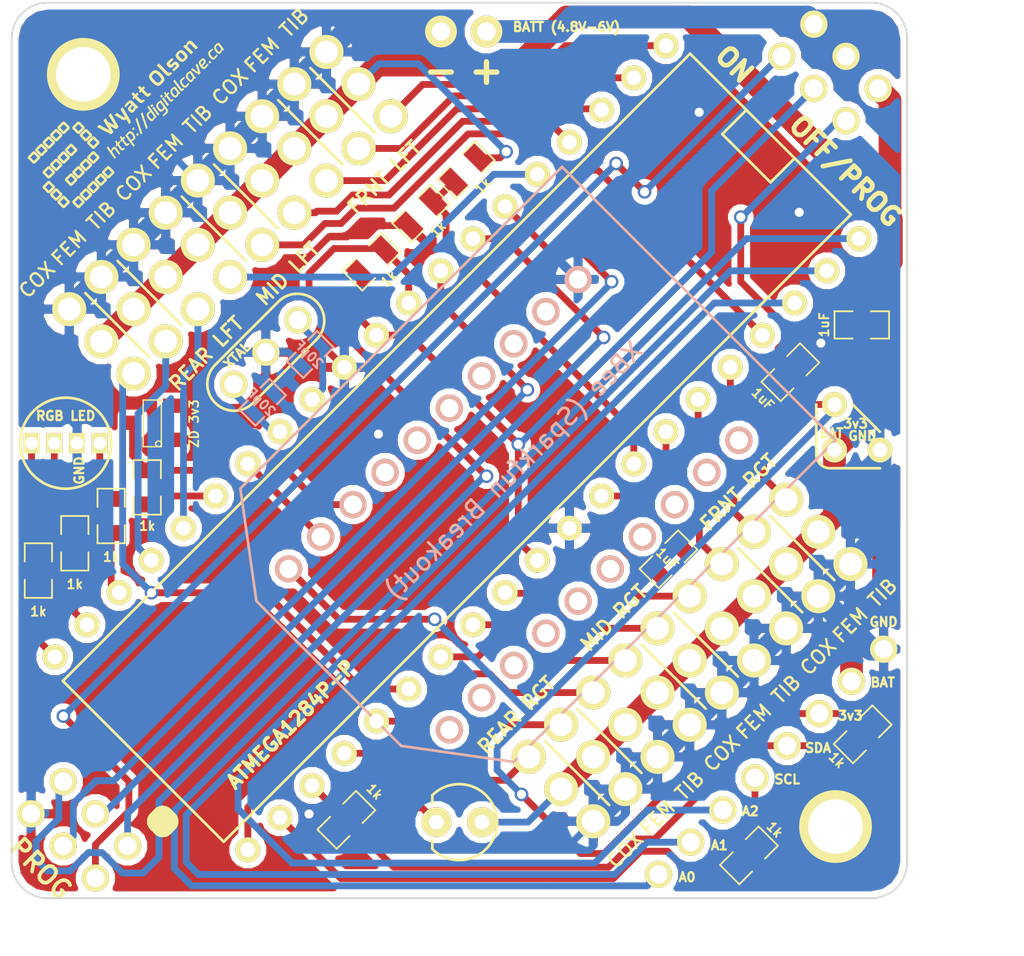
<source format=kicad_pcb>
(kicad_pcb (version 3) (host pcbnew "(2014-01-10 BZR 4027)-stable")
  (title_block (title "Stubby Controller") (rev 1) (company DigitalCave))
  (layers (15 F.Cu signal) (0 B.Cu signal) (18 B.Paste user) (19 F.Paste user) (20 B.SilkS user) (21 F.SilkS user) (22 B.Mask user) (23 F.Mask user) (28 Edge.Cuts user))
  (net 0 "")
  (net 1 ADC0)
  (net 2 ADC1)
  (net 3 ADC2)
  (net 4 ADC_BATTERY_METER)
  (net 5 AREF)
  (net 6 AVR_RX)
  (net 7 AVR_TX)
  (net 8 BATTERY)
  (net 9 GND)
  (net 10 I2C_SCL)
  (net 11 I2C_SDA)
  (net 12 LED_BLUE)
  (net 13 LED_BLUE_R)
  (net 14 LED_GREEN)
  (net 15 LED_GREEN_R)
  (net 16 LED_RED)
  (net 17 LED_RED_R)
  (net 18 MISO)
  (net 19 MOSI)
  (net 20 N-0000023)
  (net 21 N-0000033)
  (net 22 PWM00)
  (net 23 PWM01)
  (net 24 PWM02)
  (net 25 PWM03)
  (net 26 PWM04)
  (net 27 PWM05)
  (net 28 PWM06)
  (net 29 PWM07)
  (net 30 PWM08)
  (net 31 PWM09)
  (net 32 PWM10)
  (net 33 PWM11)
  (net 34 PWM12)
  (net 35 PWM13)
  (net 36 PWM14)
  (net 37 PWM15)
  (net 38 PWM16)
  (net 39 PWM17)
  (net 40 RESET)
  (net 41 SCK)
  (net 42 SWITCHED_BATTERY)
  (net 43 VCC_3v3)
  (net 44 VCC_AVR)
  (net 45 VCC_PROG)
  (net 46 XTAL1)
  (net 47 XTAL2)
  (module TO92 (layer F.Cu) (at 82.212 38.707 90)
    (fp_text reference K2 hide)
    (fp_text value REGUL hide)
    (pad 1 thru_hole circle (at -1.27 1.27 90) (size 1.397 1.397) (drill 0.8128) (layers *.Cu *.Mask F.SilkS) (net 9 GND))
    (pad 2 thru_hole circle (at -1.27 -1.27 90) (size 1.397 1.397) (drill 0.8128) (layers *.Cu *.Mask F.SilkS) (net 42 SWITCHED_BATTERY))
    (pad 3 thru_hole circle (at 1.27 -1.27 90) (size 1.397 1.397) (drill 0.8128) (layers *.Cu *.Mask F.SilkS) (net 43 VCC_3v3))
  )
  (module LED-5MM (layer F.Cu) (at 59.987 60.7542 180)
    (fp_text reference D1 hide)
    (fp_text value LED hide)
    (pad 1 thru_hole circle (at -1.27 0 180) (size 1.6764 1.6764) (drill 0.8128) (layers *.Cu *.Mask F.SilkS) (net 42 SWITCHED_BATTERY))
    (pad 2 thru_hole circle (at 1.27 0 180) (size 1.6764 1.6764) (drill 0.8128) (layers *.Cu *.Mask F.SilkS) (net 20 N-0000023))
  )
  (module DIP-40__600 (layer F.Cu) (at 59.86 39.85 225)
    (fp_text reference IC1 hide)
    (fp_text value ATMEGA1284P-P (at 17.471901 -4.371758 225) (layer F.SilkS) (effects (font (size 0.762 0.762) (thickness 0.1905))))
    (pad 1 thru_hole circle (at -24.13 7.62 225) (size 1.397 1.397) (drill 0.8128) (layers *.Cu *.Mask F.SilkS) (net 24 PWM02))
    (pad 2 thru_hole circle (at -21.59 7.62 225) (size 1.397 1.397) (drill 0.8128) (layers *.Cu *.Mask F.SilkS) (net 23 PWM01))
    (pad 3 thru_hole circle (at -19.05 7.62 225) (size 1.397 1.397) (drill 0.8128) (layers *.Cu *.Mask F.SilkS) (net 22 PWM00))
    (pad 4 thru_hole circle (at -16.51 7.62 225) (size 1.397 1.397) (drill 0.8128) (layers *.Cu *.Mask F.SilkS) (net 30 PWM08))
    (pad 5 thru_hole circle (at -13.97 7.62 225) (size 1.397 1.397) (drill 0.8128) (layers *.Cu *.Mask F.SilkS) (net 28 PWM06))
    (pad 6 thru_hole circle (at -11.43 7.62 225) (size 1.397 1.397) (drill 0.8128) (layers *.Cu *.Mask F.SilkS) (net 19 MOSI))
    (pad 7 thru_hole circle (at -8.89 7.62 225) (size 1.397 1.397) (drill 0.8128) (layers *.Cu *.Mask F.SilkS) (net 18 MISO))
    (pad 8 thru_hole circle (at -6.35 7.62 225) (size 1.397 1.397) (drill 0.8128) (layers *.Cu *.Mask F.SilkS) (net 41 SCK))
    (pad 9 thru_hole circle (at -3.81 7.62 225) (size 1.397 1.397) (drill 0.8128) (layers *.Cu *.Mask F.SilkS) (net 40 RESET))
    (pad 10 thru_hole circle (at -1.27 7.62 225) (size 1.397 1.397) (drill 0.8128) (layers *.Cu *.Mask F.SilkS) (net 44 VCC_AVR))
    (pad 11 thru_hole circle (at 1.27 7.62 225) (size 1.397 1.397) (drill 0.8128) (layers *.Cu *.Mask F.SilkS) (net 9 GND))
    (pad 12 thru_hole circle (at 3.81 7.62 225) (size 1.397 1.397) (drill 0.8128) (layers *.Cu *.Mask F.SilkS) (net 47 XTAL2))
    (pad 13 thru_hole circle (at 6.35 7.62 225) (size 1.397 1.397) (drill 0.8128) (layers *.Cu *.Mask F.SilkS) (net 46 XTAL1))
    (pad 14 thru_hole circle (at 8.89 7.62 225) (size 1.397 1.397) (drill 0.8128) (layers *.Cu *.Mask F.SilkS) (net 6 AVR_RX))
    (pad 15 thru_hole circle (at 11.43 7.62 225) (size 1.397 1.397) (drill 0.8128) (layers *.Cu *.Mask F.SilkS) (net 21 N-0000033))
    (pad 16 thru_hole circle (at 13.97 7.62 225) (size 1.397 1.397) (drill 0.8128) (layers *.Cu *.Mask F.SilkS) (net 36 PWM14))
    (pad 17 thru_hole circle (at 16.51 7.62 225) (size 1.397 1.397) (drill 0.8128) (layers *.Cu *.Mask F.SilkS) (net 35 PWM13))
    (pad 18 thru_hole circle (at 19.05 7.62 225) (size 1.397 1.397) (drill 0.8128) (layers *.Cu *.Mask F.SilkS) (net 16 LED_RED))
    (pad 19 thru_hole circle (at 21.59 7.62 225) (size 1.397 1.397) (drill 0.8128) (layers *.Cu *.Mask F.SilkS) (net 12 LED_BLUE))
    (pad 20 thru_hole circle (at 24.13 7.62 225) (size 1.397 1.397) (drill 0.8128) (layers *.Cu *.Mask F.SilkS) (net 14 LED_GREEN))
    (pad 21 thru_hole circle (at 24.13 -7.62 225) (size 1.397 1.397) (drill 0.8128) (layers *.Cu *.Mask F.SilkS) (net 39 PWM17))
    (pad 22 thru_hole circle (at 21.59 -7.62 225) (size 1.397 1.397) (drill 0.8128) (layers *.Cu *.Mask F.SilkS) (net 10 I2C_SCL))
    (pad 23 thru_hole circle (at 19.05 -7.62 225) (size 1.397 1.397) (drill 0.8128) (layers *.Cu *.Mask F.SilkS) (net 11 I2C_SDA))
    (pad 24 thru_hole circle (at 16.51 -7.62 225) (size 1.397 1.397) (drill 0.8128) (layers *.Cu *.Mask F.SilkS) (net 38 PWM16))
    (pad 25 thru_hole circle (at 13.97 -7.62 225) (size 1.397 1.397) (drill 0.8128) (layers *.Cu *.Mask F.SilkS) (net 37 PWM15))
    (pad 26 thru_hole circle (at 11.43 -7.62 225) (size 1.397 1.397) (drill 0.8128) (layers *.Cu *.Mask F.SilkS) (net 34 PWM12))
    (pad 27 thru_hole circle (at 8.89 -7.62 225) (size 1.397 1.397) (drill 0.8128) (layers *.Cu *.Mask F.SilkS) (net 33 PWM11))
    (pad 28 thru_hole circle (at 6.35 -7.62 225) (size 1.397 1.397) (drill 0.8128) (layers *.Cu *.Mask F.SilkS) (net 32 PWM10))
    (pad 29 thru_hole circle (at 3.81 -7.62 225) (size 1.397 1.397) (drill 0.8128) (layers *.Cu *.Mask F.SilkS) (net 31 PWM09))
    (pad 30 thru_hole circle (at 1.27 -7.62 225) (size 1.397 1.397) (drill 0.8128) (layers *.Cu *.Mask F.SilkS) (net 44 VCC_AVR))
    (pad 31 thru_hole circle (at -1.27 -7.62 225) (size 1.397 1.397) (drill 0.8128) (layers *.Cu *.Mask F.SilkS) (net 9 GND))
    (pad 32 thru_hole circle (at -3.81 -7.62 225) (size 1.397 1.397) (drill 0.8128) (layers *.Cu *.Mask F.SilkS) (net 5 AREF))
    (pad 33 thru_hole circle (at -6.35 -7.62 225) (size 1.397 1.397) (drill 0.8128) (layers *.Cu *.Mask F.SilkS) (net 4 ADC_BATTERY_METER))
    (pad 34 thru_hole circle (at -8.89 -7.62 225) (size 1.397 1.397) (drill 0.8128) (layers *.Cu *.Mask F.SilkS) (net 27 PWM05))
    (pad 35 thru_hole circle (at -11.43 -7.62 225) (size 1.397 1.397) (drill 0.8128) (layers *.Cu *.Mask F.SilkS) (net 26 PWM04))
    (pad 36 thru_hole circle (at -13.97 -7.62 225) (size 1.397 1.397) (drill 0.8128) (layers *.Cu *.Mask F.SilkS) (net 25 PWM03))
    (pad 37 thru_hole circle (at -16.51 -7.62 225) (size 1.397 1.397) (drill 0.8128) (layers *.Cu *.Mask F.SilkS) (net 29 PWM07))
    (pad 38 thru_hole circle (at -19.05 -7.62 225) (size 1.397 1.397) (drill 0.8128) (layers *.Cu *.Mask F.SilkS) (net 3 ADC2))
    (pad 39 thru_hole circle (at -21.59 -7.62 225) (size 1.397 1.397) (drill 0.8128) (layers *.Cu *.Mask F.SilkS) (net 2 ADC1))
    (pad 40 thru_hole circle (at -24.13 -7.62 225) (size 1.397 1.397) (drill 0.8128) (layers *.Cu *.Mask F.SilkS) (net 1 ADC0))
  )
  (module PIN_ARRAY_2X1 (layer F.Cu) (at 60.241 16.609 180)
    (fp_text reference P2 hide)
    (fp_text value "BATT (4.8V-6V)" (at -5.7404 0.254 180) (layer F.SilkS) (effects (font (size 0.508 0.508) (thickness 0.127))))
    (pad 1 thru_hole circle (at -1.27 0 180) (size 1.778 1.778) (drill 1.016) (layers *.Cu *.Mask F.SilkS) (net 8 BATTERY))
    (pad 2 thru_hole circle (at 1.27 0 180) (size 1.778 1.778) (drill 1.016) (layers *.Cu *.Mask F.SilkS) (net 9 GND))
  )
  (module PIN_ARRAY_3X1 (layer F.Cu) (at 49.192 34.516 45)
    (fp_text reference K1 hide)
    (fp_text value XTAL (at -1.27 -1.016 45) (layer F.SilkS) (effects (font (size 0.508 0.508) (thickness 0.127))))
    (pad 1 thru_hole circle (at -2.54 0 45) (size 1.524 1.524) (drill 1.016) (layers *.Cu *.Mask F.SilkS) (net 46 XTAL1))
    (pad 2 thru_hole circle (at 0 0 45) (size 1.524 1.524) (drill 1.016) (layers *.Cu *.Mask F.SilkS) (net 9 GND))
    (pad 3 thru_hole circle (at 2.54 0 45) (size 1.524 1.524) (drill 1.016) (layers *.Cu *.Mask F.SilkS) (net 47 XTAL2))
  )
  (module SM0805 (layer F.Cu) (at 71.671 46.073 45)
    (fp_text reference C1 hide)
    (fp_text value 1uF (at -0.032244 -0.064488 135) (layer F.SilkS) (effects (font (size 0.508 0.508) (thickness 0.10922))))
    (pad 1 smd rect (at -0.9525 0 45) (size 0.889 1.397) (layers F.Cu F.Paste F.Mask) (net 9 GND))
    (pad 2 smd rect (at 0.9525 0 45) (size 0.889 1.397) (layers F.Cu F.Paste F.Mask) (net 5 AREF))
  )
  (module SM0805 (layer F.Cu) (at 53.6878 60.6272 225)
    (fp_text reference R10 hide)
    (fp_text value 1k (at -2.227104 0 315) (layer F.SilkS) (effects (font (size 0.50038 0.50038) (thickness 0.10922))))
    (pad 1 smd rect (at -0.9525 0 225) (size 0.889 1.397) (layers F.Cu F.Paste F.Mask) (net 20 N-0000023))
    (pad 2 smd rect (at 0.9525 0 225) (size 0.889 1.397) (layers F.Cu F.Paste F.Mask) (net 9 GND))
  )
  (module PIN_ARRAY_8x1 (layer F.Cu) (at 78.3004 56.487 45)
    (fp_text reference P3 hide)
    (fp_text value CONN_8 hide)
    (pad 1 thru_hole circle (at -10.16 0 315) (size 1.524 1.524) (drill 1.016) (layers *.Cu *.Mask F.SilkS) (net 1 ADC0))
    (pad 2 thru_hole circle (at -7.62 0 315) (size 1.524 1.524) (drill 1.016) (layers *.Cu *.Mask F.SilkS) (net 2 ADC1))
    (pad 3 thru_hole circle (at -5.08 0 315) (size 1.524 1.524) (drill 1.016) (layers *.Cu *.Mask F.SilkS) (net 3 ADC2))
    (pad 4 thru_hole circle (at -2.54 0 315) (size 1.524 1.524) (drill 1.016) (layers *.Cu *.Mask F.SilkS) (net 10 I2C_SCL))
    (pad 5 thru_hole circle (at 0 0 315) (size 1.524 1.524) (drill 1.016) (layers *.Cu *.Mask F.SilkS) (net 11 I2C_SDA))
    (pad 6 thru_hole circle (at 2.54 0 315) (size 1.524 1.524) (drill 1.016) (layers *.Cu *.Mask F.SilkS) (net 43 VCC_3v3))
    (pad 7 thru_hole circle (at 5.08 0 315) (size 1.524 1.524) (drill 1.016) (layers *.Cu *.Mask F.SilkS) (net 42 SWITCHED_BATTERY))
    (pad 8 thru_hole circle (at 7.62 0 315) (size 1.524 1.524) (drill 1.016) (layers *.Cu *.Mask F.SilkS) (net 9 GND))
  )
  (module SM0805 (layer F.Cu) (at 82.466 32.992)
    (fp_text reference C2 hide)
    (fp_text value 1uF (at -2.0955 0 90) (layer F.SilkS) (effects (font (size 0.508 0.508) (thickness 0.10922))))
    (pad 1 smd rect (at -0.9525 0) (size 0.889 1.397) (layers F.Cu F.Paste F.Mask) (net 9 GND))
    (pad 2 smd rect (at 0.9525 0) (size 0.889 1.397) (layers F.Cu F.Paste F.Mask) (net 42 SWITCHED_BATTERY))
  )
  (module SM0805 (layer F.Cu) (at 78.4782 35.6336 45)
    (fp_text reference C3 hide)
    (fp_text value 1uF (at -2.137301 -0.035921 135) (layer F.SilkS) (effects (font (size 0.508 0.508) (thickness 0.10922))))
    (pad 1 smd rect (at -0.9525 0 45) (size 0.889 1.397) (layers F.Cu F.Paste F.Mask) (net 43 VCC_3v3))
    (pad 2 smd rect (at 0.9525 0 45) (size 0.889 1.397) (layers F.Cu F.Paste F.Mask) (net 9 GND))
  )
  (module SM0805 (layer F.Cu) (at 82.5168 55.852 225)
    (fp_text reference R7 hide)
    (fp_text value 1k (at 2.032 0 315) (layer F.SilkS) (effects (font (size 0.508 0.508) (thickness 0.10922))))
    (pad 1 smd rect (at -0.9525 0 225) (size 0.889 1.397) (layers F.Cu F.Paste F.Mask) (net 43 VCC_3v3))
    (pad 2 smd rect (at 0.9525 0 225) (size 0.889 1.397) (layers F.Cu F.Paste F.Mask) (net 11 I2C_SDA))
  )
  (module SM0805 (layer F.Cu) (at 76.1668 62.6084 45)
    (fp_text reference R8 hide)
    (fp_text value 1k (at 2.032 0 135) (layer F.SilkS) (effects (font (size 0.508 0.508) (thickness 0.10922))))
    (pad 1 smd rect (at -0.9525 0 45) (size 0.889 1.397) (layers F.Cu F.Paste F.Mask) (net 43 VCC_3v3))
    (pad 2 smd rect (at 0.9525 0 45) (size 0.889 1.397) (layers F.Cu F.Paste F.Mask) (net 10 I2C_SCL))
  )
  (module SM0805 (layer F.Cu) (at 60.3504 24.3332 225)
    (fp_text reference R2 hide)
    (fp_text value 1k (at -0.044901 -1.302137 225) (layer F.SilkS) (effects (font (size 0.508 0.508) (thickness 0.10922))))
    (pad 1 smd rect (at -0.9525 0 225) (size 0.889 1.397) (layers F.Cu F.Paste F.Mask) (net 42 SWITCHED_BATTERY))
    (pad 2 smd rect (at 0.9525 0 225) (size 0.889 1.397) (layers F.Cu F.Paste F.Mask) (net 4 ADC_BATTERY_METER))
  )
  (module SM0805 (layer F.Cu) (at 57.8612 26.7716 45)
    (fp_text reference R3 hide)
    (fp_text value 1k (at 0.044901 1.302137 45) (layer F.SilkS) (effects (font (size 0.50038 0.50038) (thickness 0.10922))))
    (pad 1 smd rect (at -0.9525 0 45) (size 0.889 1.397) (layers F.Cu F.Paste F.Mask) (net 9 GND))
    (pad 2 smd rect (at 0.9525 0 45) (size 0.889 1.397) (layers F.Cu F.Paste F.Mask) (net 4 ADC_BATTERY_METER))
  )
  (module SM0805 (layer F.Cu) (at 55.118 29.464 225)
    (fp_text reference R1 hide)
    (fp_text value 1k (at 0 -1.347038 225) (layer F.SilkS) (effects (font (size 0.508 0.508) (thickness 0.10922))))
    (pad 1 smd rect (at -0.9525 0 225) (size 0.889 1.397) (layers F.Cu F.Paste F.Mask) (net 40 RESET))
    (pad 2 smd rect (at 0.9525 0 225) (size 0.889 1.397) (layers F.Cu F.Paste F.Mask) (net 44 VCC_AVR))
  )
  (module SM0805 (layer F.Cu) (at 42.5704 42.0624 90)
    (fp_text reference R9 hide)
    (fp_text value 1k (at -2.155261 0 180) (layer F.SilkS) (effects (font (size 0.50038 0.50038) (thickness 0.10922))))
    (pad 1 smd rect (at -0.9525 0 90) (size 0.889 1.397) (layers F.Cu F.Paste F.Mask) (net 21 N-0000033))
    (pad 2 smd rect (at 0.9525 0 90) (size 0.889 1.397) (layers F.Cu F.Paste F.Mask) (net 7 AVR_TX))
  )
  (module SM0805 (layer F.Cu) (at 36.492 46.708 90)
    (fp_text reference R5 hide)
    (fp_text value 1k (at -2.286 0 180) (layer F.SilkS) (effects (font (size 0.508 0.508) (thickness 0.10922))))
    (pad 1 smd rect (at -0.9525 0 90) (size 0.889 1.397) (layers F.Cu F.Paste F.Mask) (net 14 LED_GREEN))
    (pad 2 smd rect (at 0.9525 0 90) (size 0.889 1.397) (layers F.Cu F.Paste F.Mask) (net 15 LED_GREEN_R))
  )
  (module SM0805 (layer F.Cu) (at 38.524 45.184 90)
    (fp_text reference R6 hide)
    (fp_text value 1k (at -2.286 0 180) (layer F.SilkS) (effects (font (size 0.508 0.508) (thickness 0.10922))))
    (pad 1 smd rect (at -0.9525 0 90) (size 0.889 1.397) (layers F.Cu F.Paste F.Mask) (net 12 LED_BLUE))
    (pad 2 smd rect (at 0.9525 0 90) (size 0.889 1.397) (layers F.Cu F.Paste F.Mask) (net 13 LED_BLUE_R))
  )
  (module SM0805 (layer F.Cu) (at 40.556 43.66 90)
    (fp_text reference R4 hide)
    (fp_text value 1k (at -2.286 0 180) (layer F.SilkS) (effects (font (size 0.508 0.508) (thickness 0.10922))))
    (pad 1 smd rect (at -0.9525 0 90) (size 0.889 1.397) (layers F.Cu F.Paste F.Mask) (net 16 LED_RED))
    (pad 2 smd rect (at 0.9525 0 90) (size 0.889 1.397) (layers F.Cu F.Paste F.Mask) (net 17 LED_RED_R))
  )
  (module 1pin (layer F.Cu) (at 81 61)
    (fp_text reference 1PIN hide)
    (fp_text value P*** hide)
    (pad 1 thru_hole circle (at 0 0) (size 4.064 4.064) (drill 3.048) (layers *.Cu *.Mask F.SilkS) (net 9 GND))
  )
  (module SOT23 (layer F.Cu) (at 42.8498 38.4556 90)
    (fp_text reference ZD1 hide)
    (fp_text value "ZD 3v3" (at -0.0508 2.3368 90) (layer F.SilkS) (effects (font (size 0.50038 0.50038) (thickness 0.09906))))
    (pad 2 smd rect (at 0 -1.09982 90) (size 0.8001 1.00076) (layers F.Cu F.Paste F.Mask) (net 7 AVR_TX))
    (pad 3 smd rect (at 0.9525 1.09982 90) (size 0.8001 1.00076) (layers F.Cu F.Paste F.Mask))
    (pad 1 smd rect (at -0.9525 1.09982 90) (size 0.8001 1.00076) (layers F.Cu F.Paste F.Mask) (net 9 GND))
  )
  (module 1pin (layer F.Cu) (at 39 19)
    (fp_text reference 1PIN hide)
    (fp_text value P*** hide)
    (pad 1 thru_hole circle (at 0 0) (size 4.064 4.064) (drill 3.048) (layers *.Cu *.Mask F.SilkS) (net 9 GND))
  )
  (module DPDT (layer F.Cu) (at 80.688 18.895 315)
    (fp_text reference SW1 hide)
    (fp_text value DPDT hide)
    (pad 4 thru_hole circle (at -2.54 1.27 315) (size 1.524 1.524) (drill 1.016) (layers *.Cu *.Mask F.SilkS) (net 45 VCC_PROG))
    (pad 1 thru_hole circle (at -2.54 -1.27 315) (size 1.524 1.524) (drill 1.016) (layers *.Cu *.Mask F.SilkS) (net 8 BATTERY))
    (pad 5 thru_hole circle (at 0 1.27 315) (size 1.524 1.524) (drill 1.016) (layers *.Cu *.Mask F.SilkS) (net 44 VCC_AVR))
    (pad 2 thru_hole circle (at 0 -1.27 315) (size 1.524 1.524) (drill 1.016) (layers *.Cu *.Mask F.SilkS) (net 8 BATTERY))
    (pad 6 thru_hole circle (at 2.54 1.27 315) (size 1.524 1.524) (drill 1.016) (layers *.Cu *.Mask F.SilkS) (net 43 VCC_3v3))
    (pad 3 thru_hole circle (at 2.54 -1.27 315) (size 1.524 1.524) (drill 1.016) (layers *.Cu *.Mask F.SilkS) (net 42 SWITCHED_BATTERY))
  )
  (module pin_array_3x2 (layer F.Cu) (at 38.778 61.186 135)
    (fp_text reference P1 hide)
    (fp_text value PROG (at 0 -3.053287 135) (layer F.SilkS) (effects (font (size 1.016 1.016) (thickness 0.2032))))
    (pad 1 thru_hole circle (at -2.54 1.27 135) (size 1.524 1.524) (drill 1.016) (layers *.Cu *.Mask F.SilkS) (net 18 MISO))
    (pad 2 thru_hole circle (at -2.54 -1.27 135) (size 1.524 1.524) (drill 1.016) (layers *.Cu *.Mask F.SilkS) (net 45 VCC_PROG))
    (pad 3 thru_hole circle (at 0 1.27 135) (size 1.524 1.524) (drill 1.016) (layers *.Cu *.Mask F.SilkS) (net 41 SCK))
    (pad 4 thru_hole circle (at 0 -1.27 135) (size 1.524 1.524) (drill 1.016) (layers *.Cu *.Mask F.SilkS) (net 19 MOSI))
    (pad 5 thru_hole circle (at 2.54 1.27 135) (size 1.524 1.524) (drill 1.016) (layers *.Cu *.Mask F.SilkS) (net 40 RESET))
    (pad 6 thru_hole circle (at 2.54 -1.27 135) (size 1.524 1.524) (drill 1.016) (layers *.Cu *.Mask F.SilkS) (net 9 GND))
  )
  (module LED_RGB (layer F.Cu) (at 38.016 39.596 180)
    (fp_text reference L1 hide)
    (fp_text value "RGB LED" (at 0 1.524 180) (layer F.SilkS) (effects (font (size 0.508 0.508) (thickness 0.127))))
    (pad 1 thru_hole rect (at -1.905 0 180) (size 0.889 1.143) (drill 0.7112) (layers *.Cu *.Mask F.SilkS) (net 17 LED_RED_R))
    (pad 2 thru_hole rect (at -0.635 0 180) (size 0.889 1.143) (drill 0.7112) (layers *.Cu *.Mask F.SilkS) (net 9 GND))
    (pad 3 thru_hole rect (at 0.635 0 180) (size 0.889 1.143) (drill 0.7112) (layers *.Cu *.Mask F.SilkS) (net 13 LED_BLUE_R))
    (pad 4 thru_hole rect (at 1.905 0 180) (size 0.889 1.143) (drill 0.7112) (layers *.Cu *.Mask F.SilkS) (net 15 LED_GREEN_R))
  )
  (module DIGITALCAVE_LOGO_WIDE_SMALL (layer F.Cu) (at 41.3688 21.0032 45)
    (fp_text reference VAL hide)
    (fp_text value DIGITALCAVE_LOGO_WIDE_SMALL hide)
  )
  (module XBEE_SPARKFUN_BREAKOUT (layer B.Cu) (at 63.035 43.025 315)
    (fp_text reference X1 hide)
    (fp_text value "XBee (Sparkfun Breakout)" (at -1.347038 -1.347038 405) (layer B.SilkS) (effects (justify mirror)))
    (pad 1 thru_hole circle (at -6.35 11.43 315) (size 1.524 1.524) (drill 1.016) (layers *.Cu *.Mask B.SilkS) (net 43 VCC_3v3))
    (pad 2 thru_hole circle (at -6.35 8.89 315) (size 1.524 1.524) (drill 1.016) (layers *.Cu *.Mask B.SilkS) (net 6 AVR_RX))
    (pad 3 thru_hole circle (at -6.35 6.35 315) (size 1.524 1.524) (drill 1.016) (layers *.Cu *.Mask B.SilkS) (net 7 AVR_TX))
    (pad 4 thru_hole circle (at -6.35 3.81 315) (size 1.524 1.524) (drill 1.016) (layers *.Cu *.Mask B.SilkS))
    (pad 5 thru_hole circle (at -6.35 1.27 315) (size 1.524 1.524) (drill 1.016) (layers *.Cu *.Mask B.SilkS))
    (pad 6 thru_hole circle (at -6.35 -1.27 315) (size 1.524 1.524) (drill 1.016) (layers *.Cu *.Mask B.SilkS))
    (pad 7 thru_hole circle (at -6.35 -3.81 315) (size 1.524 1.524) (drill 1.016) (layers *.Cu *.Mask B.SilkS))
    (pad 8 thru_hole circle (at -6.35 -6.35 315) (size 1.524 1.524) (drill 1.016) (layers *.Cu *.Mask B.SilkS))
    (pad 9 thru_hole circle (at -6.35 -8.89 315) (size 1.524 1.524) (drill 1.016) (layers *.Cu *.Mask B.SilkS))
    (pad 10 thru_hole circle (at -6.35 -11.43 315) (size 1.524 1.524) (drill 1.016) (layers *.Cu *.Mask B.SilkS) (net 9 GND))
    (pad 11 thru_hole circle (at 6.35 -11.43 315) (size 1.524 1.524) (drill 1.016) (layers *.Cu *.Mask B.SilkS))
    (pad 12 thru_hole circle (at 6.35 -8.89 315) (size 1.524 1.524) (drill 1.016) (layers *.Cu *.Mask B.SilkS))
    (pad 13 thru_hole circle (at 6.35 -6.35 315) (size 1.524 1.524) (drill 1.016) (layers *.Cu *.Mask B.SilkS))
    (pad 14 thru_hole circle (at 6.35 -3.81 315) (size 1.524 1.524) (drill 1.016) (layers *.Cu *.Mask B.SilkS))
    (pad 15 thru_hole circle (at 6.35 -1.27 315) (size 1.524 1.524) (drill 1.016) (layers *.Cu *.Mask B.SilkS))
    (pad 16 thru_hole circle (at 6.35 1.27 315) (size 1.524 1.524) (drill 1.016) (layers *.Cu *.Mask B.SilkS))
    (pad 17 thru_hole circle (at 6.35 3.81 315) (size 1.524 1.524) (drill 1.016) (layers *.Cu *.Mask B.SilkS))
    (pad 18 thru_hole circle (at 6.35 6.35 315) (size 1.524 1.524) (drill 1.016) (layers *.Cu *.Mask B.SilkS))
    (pad 19 thru_hole circle (at 6.35 8.89 315) (size 1.524 1.524) (drill 1.016) (layers *.Cu *.Mask B.SilkS))
    (pad 20 thru_hole circle (at 6.35 11.43 315) (size 1.524 1.524) (drill 1.016) (layers *.Cu *.Mask B.SilkS))
  )
  (module SM0603_Capa (layer B.Cu) (at 49.0015 37.31 225)
    (fp_text reference C5 hide)
    (fp_text value 20pF (at 0.044901 0.044901 495) (layer B.SilkS) (effects (font (size 0.508 0.508) (thickness 0.1143)) (justify mirror)))
    (pad 1 smd rect (at -0.762 0 225) (size 0.635 1.143) (layers B.Cu B.Paste B.Mask) (net 9 GND))
    (pad 2 smd rect (at 0.762 0 225) (size 0.635 1.143) (layers B.Cu B.Paste B.Mask) (net 46 XTAL1))
  )
  (module SM0603_Capa (layer B.Cu) (at 51.6685 34.643 45)
    (fp_text reference C4 hide)
    (fp_text value 20pF (at -0.044901 -0.044901 315) (layer B.SilkS) (effects (font (size 0.508 0.508) (thickness 0.1143)) (justify mirror)))
    (pad 1 smd rect (at -0.762 0 45) (size 0.635 1.143) (layers B.Cu B.Paste B.Mask) (net 9 GND))
    (pad 2 smd rect (at 0.762 0 45) (size 0.635 1.143) (layers B.Cu B.Paste B.Mask) (net 47 XTAL2))
  )
  (module HEX_LEG (layer F.Cu) (at 48.9888 25.8292 135)
    (fp_text reference S3 hide)
    (fp_text value "MID LFT" (at -4.064 -2.032 225) (layer F.SilkS) (effects (font (size 0.762 0.762))))
    (fp_text user TIB (at 5.588 0.508 225) (layer F.SilkS) (effects (font (size 0.762 0.762) (thickness 0.127))))
    (fp_text user FEM (at 5.588 -2.032 225) (layer F.SilkS) (effects (font (size 0.762 0.762) (thickness 0.127))))
    (fp_text user COX (at 5.588 -4.572 225) (layer F.SilkS) (effects (font (size 0.762 0.762) (thickness 0.127))))
    (pad 1 thru_hole circle (at -1.905 -4.445 45) (size 1.905 1.905) (drill 1.27) (layers *.Cu *.Mask F.SilkS) (net 28 PWM06))
    (pad 2 thru_hole circle (at -1.905 -1.905 45) (size 1.905 1.905) (drill 1.27) (layers *.Cu *.Mask F.SilkS) (net 29 PWM07))
    (pad 3 thru_hole circle (at -1.905 0.635 45) (size 1.905 1.905) (drill 1.27) (layers *.Cu *.Mask F.SilkS) (net 30 PWM08))
    (pad 4 thru_hole circle (at 0.635 -4.445 45) (size 1.905 1.905) (drill 1.27) (layers *.Cu *.Mask F.SilkS) (net 42 SWITCHED_BATTERY))
    (pad 5 thru_hole circle (at 0.635 -1.905 45) (size 1.905 1.905) (drill 1.27) (layers *.Cu *.Mask F.SilkS) (net 42 SWITCHED_BATTERY))
    (pad 6 thru_hole circle (at 0.635 0.635 45) (size 1.905 1.905) (drill 1.27) (layers *.Cu *.Mask F.SilkS) (net 42 SWITCHED_BATTERY))
    (pad 7 thru_hole circle (at 3.175 -4.445 45) (size 1.905 1.905) (drill 1.27) (layers *.Cu *.Mask F.SilkS) (net 9 GND))
    (pad 8 thru_hole circle (at 3.175 -1.905 45) (size 1.905 1.905) (drill 1.27) (layers *.Cu *.Mask F.SilkS) (net 9 GND))
    (pad 9 thru_hole circle (at 3.175 0.635 45) (size 1.905 1.905) (drill 1.27) (layers *.Cu *.Mask F.SilkS) (net 9 GND))
  )
  (module HEX_LEG (layer F.Cu) (at 54.3736 20.4444 135)
    (fp_text reference S1 hide)
    (fp_text value "FRNT LFT" (at -4.064 -2.032 225) (layer F.SilkS) (effects (font (size 0.762 0.762))))
    (fp_text user TIB (at 5.588 0.508 225) (layer F.SilkS) (effects (font (size 0.762 0.762) (thickness 0.127))))
    (fp_text user FEM (at 5.588 -2.032 225) (layer F.SilkS) (effects (font (size 0.762 0.762) (thickness 0.127))))
    (fp_text user COX (at 5.588 -4.572 225) (layer F.SilkS) (effects (font (size 0.762 0.762) (thickness 0.127))))
    (pad 1 thru_hole circle (at -1.905 -4.445 45) (size 1.905 1.905) (drill 1.27) (layers *.Cu *.Mask F.SilkS) (net 22 PWM00))
    (pad 2 thru_hole circle (at -1.905 -1.905 45) (size 1.905 1.905) (drill 1.27) (layers *.Cu *.Mask F.SilkS) (net 23 PWM01))
    (pad 3 thru_hole circle (at -1.905 0.635 45) (size 1.905 1.905) (drill 1.27) (layers *.Cu *.Mask F.SilkS) (net 24 PWM02))
    (pad 4 thru_hole circle (at 0.635 -4.445 45) (size 1.905 1.905) (drill 1.27) (layers *.Cu *.Mask F.SilkS) (net 42 SWITCHED_BATTERY))
    (pad 5 thru_hole circle (at 0.635 -1.905 45) (size 1.905 1.905) (drill 1.27) (layers *.Cu *.Mask F.SilkS) (net 42 SWITCHED_BATTERY))
    (pad 6 thru_hole circle (at 0.635 0.635 45) (size 1.905 1.905) (drill 1.27) (layers *.Cu *.Mask F.SilkS) (net 42 SWITCHED_BATTERY))
    (pad 7 thru_hole circle (at 3.175 -4.445 45) (size 1.905 1.905) (drill 1.27) (layers *.Cu *.Mask F.SilkS) (net 9 GND))
    (pad 8 thru_hole circle (at 3.175 -1.905 45) (size 1.905 1.905) (drill 1.27) (layers *.Cu *.Mask F.SilkS) (net 9 GND))
    (pad 9 thru_hole circle (at 3.175 0.635 45) (size 1.905 1.905) (drill 1.27) (layers *.Cu *.Mask F.SilkS) (net 9 GND))
  )
  (module HEX_LEG (layer F.Cu) (at 43.604 31.214 135)
    (fp_text reference S5 hide)
    (fp_text value "REAR LFT" (at -3.994588 -0.786586 225) (layer F.SilkS) (effects (font (size 0.762 0.762))))
    (fp_text user TIB (at 5.588 0.508 225) (layer F.SilkS) (effects (font (size 0.762 0.762) (thickness 0.127))))
    (fp_text user FEM (at 5.588 -2.032 225) (layer F.SilkS) (effects (font (size 0.762 0.762) (thickness 0.127))))
    (fp_text user COX (at 5.588 -4.572 225) (layer F.SilkS) (effects (font (size 0.762 0.762) (thickness 0.127))))
    (pad 1 thru_hole circle (at -1.905 -4.445 45) (size 1.905 1.905) (drill 1.27) (layers *.Cu *.Mask F.SilkS) (net 34 PWM12))
    (pad 2 thru_hole circle (at -1.905 -1.905 45) (size 1.905 1.905) (drill 1.27) (layers *.Cu *.Mask F.SilkS) (net 35 PWM13))
    (pad 3 thru_hole circle (at -1.905 0.635 45) (size 1.905 1.905) (drill 1.27) (layers *.Cu *.Mask F.SilkS) (net 36 PWM14))
    (pad 4 thru_hole circle (at 0.635 -4.445 45) (size 1.905 1.905) (drill 1.27) (layers *.Cu *.Mask F.SilkS) (net 42 SWITCHED_BATTERY))
    (pad 5 thru_hole circle (at 0.635 -1.905 45) (size 1.905 1.905) (drill 1.27) (layers *.Cu *.Mask F.SilkS) (net 42 SWITCHED_BATTERY))
    (pad 6 thru_hole circle (at 0.635 0.635 45) (size 1.905 1.905) (drill 1.27) (layers *.Cu *.Mask F.SilkS) (net 42 SWITCHED_BATTERY))
    (pad 7 thru_hole circle (at 3.175 -4.445 45) (size 1.905 1.905) (drill 1.27) (layers *.Cu *.Mask F.SilkS) (net 9 GND))
    (pad 8 thru_hole circle (at 3.175 -1.905 45) (size 1.905 1.905) (drill 1.27) (layers *.Cu *.Mask F.SilkS) (net 9 GND))
    (pad 9 thru_hole circle (at 3.175 0.635 45) (size 1.905 1.905) (drill 1.27) (layers *.Cu *.Mask F.SilkS) (net 9 GND))
  )
  (module HEX_LEG_REVERSE (layer F.Cu) (at 76.4462 47.2414 315)
    (fp_text reference S2 hide)
    (fp_text value "FRNT RGT" (at -4.069682 -2.859398 405) (layer F.SilkS) (effects (font (size 0.762 0.762))))
    (fp_text user TIB (at 5.588 -4.572 405) (layer F.SilkS) (effects (font (size 0.762 0.762) (thickness 0.127))))
    (fp_text user FEM (at 5.588 -2.032 405) (layer F.SilkS) (effects (font (size 0.762 0.762) (thickness 0.127))))
    (fp_text user COX (at 5.588 0.508 405) (layer F.SilkS) (effects (font (size 0.762 0.762) (thickness 0.127))))
    (pad 1 thru_hole circle (at -1.905 -4.445 225) (size 1.905 1.905) (drill 1.27) (layers *.Cu *.Mask F.SilkS) (net 25 PWM03))
    (pad 2 thru_hole circle (at -1.905 -1.905 225) (size 1.905 1.905) (drill 1.27) (layers *.Cu *.Mask F.SilkS) (net 26 PWM04))
    (pad 3 thru_hole circle (at -1.905 0.635 225) (size 1.905 1.905) (drill 1.27) (layers *.Cu *.Mask F.SilkS) (net 27 PWM05))
    (pad 4 thru_hole circle (at 0.635 -4.445 225) (size 1.905 1.905) (drill 1.27) (layers *.Cu *.Mask F.SilkS) (net 42 SWITCHED_BATTERY))
    (pad 5 thru_hole circle (at 0.635 -1.905 225) (size 1.905 1.905) (drill 1.27) (layers *.Cu *.Mask F.SilkS) (net 42 SWITCHED_BATTERY))
    (pad 6 thru_hole circle (at 0.635 0.635 225) (size 1.905 1.905) (drill 1.27) (layers *.Cu *.Mask F.SilkS) (net 42 SWITCHED_BATTERY))
    (pad 7 thru_hole circle (at 3.175 -4.445 225) (size 1.905 1.905) (drill 1.27) (layers *.Cu *.Mask F.SilkS) (net 9 GND))
    (pad 8 thru_hole circle (at 3.175 -1.905 225) (size 1.905 1.905) (drill 1.27) (layers *.Cu *.Mask F.SilkS) (net 9 GND))
    (pad 9 thru_hole circle (at 3.175 0.635 225) (size 1.905 1.905) (drill 1.27) (layers *.Cu *.Mask F.SilkS) (net 9 GND))
  )
  (module HEX_LEG_REVERSE (layer F.Cu) (at 71.0614 52.6262 315)
    (fp_text reference S4 hide)
    (fp_text value "MID RGT" (at -4.033761 -0.596374 405) (layer F.SilkS) (effects (font (size 0.762 0.762))))
    (fp_text user TIB (at 5.588 -4.572 405) (layer F.SilkS) (effects (font (size 0.762 0.762) (thickness 0.127))))
    (fp_text user FEM (at 5.588 -2.032 405) (layer F.SilkS) (effects (font (size 0.762 0.762) (thickness 0.127))))
    (fp_text user COX (at 5.588 0.508 405) (layer F.SilkS) (effects (font (size 0.762 0.762) (thickness 0.127))))
    (pad 1 thru_hole circle (at -1.905 -4.445 225) (size 1.905 1.905) (drill 1.27) (layers *.Cu *.Mask F.SilkS) (net 31 PWM09))
    (pad 2 thru_hole circle (at -1.905 -1.905 225) (size 1.905 1.905) (drill 1.27) (layers *.Cu *.Mask F.SilkS) (net 32 PWM10))
    (pad 3 thru_hole circle (at -1.905 0.635 225) (size 1.905 1.905) (drill 1.27) (layers *.Cu *.Mask F.SilkS) (net 33 PWM11))
    (pad 4 thru_hole circle (at 0.635 -4.445 225) (size 1.905 1.905) (drill 1.27) (layers *.Cu *.Mask F.SilkS) (net 42 SWITCHED_BATTERY))
    (pad 5 thru_hole circle (at 0.635 -1.905 225) (size 1.905 1.905) (drill 1.27) (layers *.Cu *.Mask F.SilkS) (net 42 SWITCHED_BATTERY))
    (pad 6 thru_hole circle (at 0.635 0.635 225) (size 1.905 1.905) (drill 1.27) (layers *.Cu *.Mask F.SilkS) (net 42 SWITCHED_BATTERY))
    (pad 7 thru_hole circle (at 3.175 -4.445 225) (size 1.905 1.905) (drill 1.27) (layers *.Cu *.Mask F.SilkS) (net 9 GND))
    (pad 8 thru_hole circle (at 3.175 -1.905 225) (size 1.905 1.905) (drill 1.27) (layers *.Cu *.Mask F.SilkS) (net 9 GND))
    (pad 9 thru_hole circle (at 3.175 0.635 225) (size 1.905 1.905) (drill 1.27) (layers *.Cu *.Mask F.SilkS) (net 9 GND))
  )
  (module HEX_LEG_REVERSE (layer F.Cu) (at 65.6766 58.011 315)
    (fp_text reference S6 hide)
    (fp_text value "REAR RGT" (at -4.033761 -0.524532 405) (layer F.SilkS) (effects (font (size 0.762 0.762))))
    (fp_text user TIB (at 5.588 -4.572 405) (layer F.SilkS) (effects (font (size 0.762 0.762) (thickness 0.127))))
    (fp_text user FEM (at 5.588 -2.032 405) (layer F.SilkS) (effects (font (size 0.762 0.762) (thickness 0.127))))
    (fp_text user COX (at 5.588 0.508 405) (layer F.SilkS) (effects (font (size 0.762 0.762) (thickness 0.127))))
    (pad 1 thru_hole circle (at -1.905 -4.445 225) (size 1.905 1.905) (drill 1.27) (layers *.Cu *.Mask F.SilkS) (net 37 PWM15))
    (pad 2 thru_hole circle (at -1.905 -1.905 225) (size 1.905 1.905) (drill 1.27) (layers *.Cu *.Mask F.SilkS) (net 38 PWM16))
    (pad 3 thru_hole circle (at -1.905 0.635 225) (size 1.905 1.905) (drill 1.27) (layers *.Cu *.Mask F.SilkS) (net 39 PWM17))
    (pad 4 thru_hole circle (at 0.635 -4.445 225) (size 1.905 1.905) (drill 1.27) (layers *.Cu *.Mask F.SilkS) (net 42 SWITCHED_BATTERY))
    (pad 5 thru_hole circle (at 0.635 -1.905 225) (size 1.905 1.905) (drill 1.27) (layers *.Cu *.Mask F.SilkS) (net 42 SWITCHED_BATTERY))
    (pad 6 thru_hole circle (at 0.635 0.635 225) (size 1.905 1.905) (drill 1.27) (layers *.Cu *.Mask F.SilkS) (net 42 SWITCHED_BATTERY))
    (pad 7 thru_hole circle (at 3.175 -4.445 225) (size 1.905 1.905) (drill 1.27) (layers *.Cu *.Mask F.SilkS) (net 9 GND))
    (pad 8 thru_hole circle (at 3.175 -1.905 225) (size 1.905 1.905) (drill 1.27) (layers *.Cu *.Mask F.SilkS) (net 9 GND))
    (pad 9 thru_hole circle (at 3.175 0.635 225) (size 1.905 1.905) (drill 1.27) (layers *.Cu *.Mask F.SilkS) (net 9 GND))
  )
  (gr_text A2 (at 76.243 60.1446) (layer F.SilkS) (effects (font (size 0.508 0.508) (thickness 0.127))))
  (gr_line (start 35 17) (end 35 63) (angle 90) (layer Edge.Cuts) (width 0.1))
  (gr_line (start 83 15) (end 37 15) (angle 90) (layer Edge.Cuts) (width 0.1))
  (gr_line (start 85 63) (end 85 17) (angle 90) (layer Edge.Cuts) (width 0.1))
  (gr_line (start 37 65) (end 83 65) (angle 90) (layer Edge.Cuts) (width 0.1))
  (gr_arc (start 83 17) (end 83 15) (angle 90) (layer Edge.Cuts) (width 0.1))
  (gr_arc (start 83 63) (end 85 63) (angle 90) (layer Edge.Cuts) (width 0.1))
  (gr_arc (start 37 63) (end 37 65) (angle 90) (layer Edge.Cuts) (width 0.1))
  (gr_arc (start 37 17) (end 35 17) (angle 90) (layer Edge.Cuts) (width 0.1))
  (gr_text GND (at 38.778 41.12 90) (layer F.SilkS) (effects (font (size 0.508 0.508) (thickness 0.127))))
  (gr_text A0 (at 72.7124 63.8276) (layer F.SilkS) (effects (font (size 0.508 0.508) (thickness 0.127))))
  (gr_text BAT (at 80.772 39.0398) (layer F.SilkS) (effects (font (size 0.508 0.508) (thickness 0.127))))
  (gr_text 3v3 (at 82.1182 38.5064) (layer F.SilkS) (effects (font (size 0.508 0.508) (thickness 0.127))))
  (gr_text GND (at 82.4992 39.1922) (layer F.SilkS) (effects (font (size 0.508 0.508) (thickness 0.127))))
  (gr_text 3v3 (at 81.831 54.8106) (layer F.SilkS) (effects (font (size 0.508 0.508) (thickness 0.127))))
  (gr_text A1 (at 74.5158 62.0496) (layer F.SilkS) (effects (font (size 0.508 0.508) (thickness 0.127))))
  (gr_text BAT (at 83.6344 52.9564) (layer F.SilkS) (effects (font (size 0.508 0.508) (thickness 0.127))))
  (gr_text GND (at 83.6852 49.5782) (layer F.SilkS) (effects (font (size 0.508 0.508) (thickness 0.127))))
  (gr_text SDA (at 80.0276 56.614) (layer F.SilkS) (effects (font (size 0.508 0.508) (thickness 0.127))))
  (gr_text SCL (at 78.3004 58.3666) (layer F.SilkS) (effects (font (size 0.508 0.508) (thickness 0.127))))
  (gr_text . (at 43.434 58.674) (layer F.SilkS) (effects (font (size 5.08 5.08) (thickness 1.27)) (justify mirror)))
  (gr_text - (at 58.971 18.768) (layer F.SilkS) (effects (font (size 1.5 1.5) (thickness 0.3)) (justify mirror)))
  (gr_text + (at 61.511 18.768) (layer F.SilkS) (effects (font (size 1.5 1.5) (thickness 0.3)) (justify mirror)))
  (gr_text "ON\n" (at 75.3618 18.4404 315) (layer F.SilkS) (effects (font (size 1.016 1.016) (thickness 0.254))))
  (gr_text OFF/PROG (at 78.613 21.463 315) (layer F.SilkS) (effects (font (size 1.016 1.016) (thickness 0.254)) (justify left)))
  (segment (start 64.9654 64.3102) (end 70.4772 64.3102) (width 0.381) (layer B.Cu) (net 1))
  (segment (start 76.030133 28.175667) (end 44.0866 60.1192) (width 0.381) (layer B.Cu) (net 1))
  (segment (start 44.0866 60.1192) (end 44.0866 63.345) (width 0.381) (layer B.Cu) (net 1))
  (segment (start 44.0866 63.345) (end 45.0518 64.3102) (width 0.381) (layer B.Cu) (net 1))
  (segment (start 45.0518 64.3102) (end 64.9654 64.3102) (width 0.381) (layer B.Cu) (net 1))
  (segment (start 82.31064 28.175667) (end 76.030133 28.175667) (width 0.381) (layer B.Cu) (net 1))
  (segment (start 70.4772 64.3102) (end 71.116195 63.671205) (width 0.381) (layer B.Cu) (net 1))
  (segment (start 80.514589 29.971718) (end 75.13211 29.971718) (width 0.381) (layer B.Cu) (net 2))
  (segment (start 70.473846 61.875154) (end 72.912246 61.875154) (width 0.381) (layer B.Cu) (net 2))
  (segment (start 68.673802 63.675198) (end 70.473846 61.875154) (width 0.381) (layer B.Cu) (net 2))
  (segment (start 45.432798 63.675198) (end 68.673802 63.675198) (width 0.381) (layer B.Cu) (net 2))
  (segment (start 44.747 62.9894) (end 45.432798 63.675198) (width 0.381) (layer B.Cu) (net 2))
  (segment (start 44.747 60.356828) (end 44.747 62.9894) (width 0.381) (layer B.Cu) (net 2))
  (segment (start 75.13211 29.971718) (end 44.747 60.356828) (width 0.381) (layer B.Cu) (net 2))
  (segment (start 47.6426 59.9922) (end 47.6426 60.0176) (width 0.381) (layer B.Cu) (net 3))
  (segment (start 47.6426 60.0176) (end 50.665196 63.040196) (width 0.381) (layer B.Cu) (net 3))
  (segment (start 47.6426 59.9922) (end 47.6426 58.359256) (width 0.381) (layer B.Cu) (net 3))
  (segment (start 70.517294 60.079102) (end 74.708298 60.079102) (width 0.381) (layer B.Cu) (net 3))
  (segment (start 67.5562 63.040196) (end 70.517294 60.079102) (width 0.381) (layer B.Cu) (net 3))
  (segment (start 50.665196 63.040196) (end 67.5562 63.040196) (width 0.381) (layer B.Cu) (net 3))
  (segment (start 78.718538 31.767769) (end 74.234087 31.767769) (width 0.381) (layer B.Cu) (net 3))
  (segment (start 74.234087 31.767769) (end 47.6426 58.359256) (width 0.381) (layer B.Cu) (net 3))
  (segment (start 59.2556 28.4506) (end 59.2556 26.818962) (width 0.381) (layer F.Cu) (net 4))
  (segment (start 59.2556 26.818962) (end 58.534719 26.098081) (width 0.381) (layer F.Cu) (net 4))
  (segment (start 58.534719 26.098081) (end 58.585519 26.098081) (width 0.381) (layer F.Cu) (net 4))
  (segment (start 58.585519 26.098081) (end 59.676881 25.006719) (width 0.381) (layer F.Cu) (net 4))
  (segment (start 69.738282 38.933282) (end 69.738282 40.748026) (width 0.381) (layer F.Cu) (net 4))
  (segment (start 59.2556 28.4506) (end 69.738282 38.933282) (width 0.381) (layer F.Cu) (net 4))
  (segment (start 72.344519 45.399481) (end 72.344519 45.159019) (width 0.381) (layer F.Cu) (net 5))
  (segment (start 69.729577 42.544077) (end 67.942231 42.544077) (width 0.381) (layer F.Cu) (net 5))
  (segment (start 72.344519 45.159019) (end 69.729577 42.544077) (width 0.381) (layer F.Cu) (net 5))
  (segment (start 48.185667 40.748026) (end 48.185668 40.748026) (width 0.381) (layer F.Cu) (net 6))
  (segment (start 48.185668 40.748026) (end 52.258693 44.821051) (width 0.381) (layer F.Cu) (net 6))
  (segment (start 42.5704 41.1099) (end 45.4279 41.1099) (width 0.381) (layer F.Cu) (net 7))
  (segment (start 45.4279 41.1099) (end 47.2694 39.2684) (width 0.381) (layer F.Cu) (net 7))
  (segment (start 41.74998 38.4556) (end 41.74998 40.28948) (width 0.381) (layer F.Cu) (net 7))
  (segment (start 41.74998 40.28948) (end 42.5704 41.1099) (width 0.381) (layer F.Cu) (net 7))
  (segment (start 54.054744 43.025) (end 52.2452 43.025) (width 0.381) (layer F.Cu) (net 7))
  (segment (start 48.4886 39.2684) (end 47.2694 39.2684) (width 0.381) (layer F.Cu) (net 7))
  (segment (start 52.2452 43.025) (end 48.4886 39.2684) (width 0.381) (layer F.Cu) (net 7))
  (segment (start 79.789974 16.155203) (end 79.789975 16.155203) (width 1.27) (layer B.Cu) (net 8))
  (segment (start 79.789975 16.155203) (end 81.586026 17.996974) (width 1.27) (layer B.Cu) (net 8))
  (segment (start 61.511 16.609) (end 65.575 16.609) (width 1.27) (layer B.Cu) (net 8))
  (segment (start 79.436051 15.80128) (end 79.789974 16.155203) (width 1.27) (layer B.Cu) (net 8))
  (segment (start 66.337 15.80128) (end 79.436051 15.80128) (width 1.27) (layer B.Cu) (net 8))
  (segment (start 65.575 16.609) (end 66.337 15.80128) (width 1.27) (layer B.Cu) (net 8))
  (segment (start 43.94962 39.4081) (end 43.7261 39.4081) (width 0.381) (layer F.Cu) (net 9))
  (segment (start 38.651 37.9046) (end 38.651 39.596) (width 0.381) (layer F.Cu) (net 9))
  (segment (start 39.3192 37.2364) (end 38.651 37.9046) (width 0.381) (layer F.Cu) (net 9))
  (segment (start 42.4688 37.2364) (end 39.3192 37.2364) (width 0.381) (layer F.Cu) (net 9))
  (segment (start 42.7736 37.5412) (end 42.4688 37.2364) (width 0.381) (layer F.Cu) (net 9))
  (segment (start 42.7736 38.4556) (end 42.7736 37.5412) (width 0.381) (layer F.Cu) (net 9))
  (segment (start 43.7261 39.4081) (end 42.7736 38.4556) (width 0.381) (layer F.Cu) (net 9))
  (segment (start 53.721 28.077519) (end 53.721 28.067) (width 0.381) (layer F.Cu) (net 9))
  (segment (start 54.342881 27.445119) (end 57.187681 27.445119) (width 0.381) (layer F.Cu) (net 9))
  (segment (start 53.721 28.067) (end 54.342881 27.445119) (width 0.381) (layer F.Cu) (net 9))
  (segment (start 70.997481 46.746519) (end 70.312519 46.746519) (width 0.381) (layer F.Cu) (net 9))
  (segment (start 67.906128 44.340128) (end 66.146179 44.340128) (width 0.381) (layer F.Cu) (net 9))
  (segment (start 70.312519 46.746519) (end 67.906128 44.340128) (width 0.381) (layer F.Cu) (net 9))
  (via (at 55.4785 39.088) (size 0.762) (layers F.Cu B.Cu) (net 9))
  (segment (start 55.4785 39.088) (end 55.4785 39.1515) (width 0.381) (layer B.Cu) (net 9))
  (segment (start 63.7716 47.343) (end 63.7335 47.343) (width 0.381) (layer F.Cu) (net 9))
  (segment (start 53.573821 37.183321) (end 53.573821 35.359872) (width 0.381) (layer F.Cu) (net 9))
  (segment (start 63.7335 47.343) (end 55.4785 39.088) (width 0.381) (layer F.Cu) (net 9))
  (segment (start 55.4785 39.088) (end 53.573821 37.183321) (width 0.381) (layer F.Cu) (net 9))
  (segment (start 80.18 27.912) (end 78.9735 26.7055) (width 1.27) (layer F.Cu) (net 9))
  (via (at 78.9735 26.7055) (size 0.762) (layers F.Cu B.Cu) (net 9))
  (segment (start 78.9735 26.7055) (end 73.3855 21.1175) (width 1.27) (layer F.Cu) (net 9))
  (via (at 73.3855 21.1175) (size 0.762) (layers F.Cu B.Cu) (net 9))
  (segment (start 81.85386 29.49696) (end 81.85386 30.55614) (width 0.508) (layer F.Cu) (net 9))
  (segment (start 81.5135 30.8965) (end 81.5135 32.992) (width 0.508) (layer F.Cu) (net 9))
  (segment (start 81.85386 30.55614) (end 81.5135 30.8965) (width 0.508) (layer F.Cu) (net 9))
  (segment (start 80.2689 27.912) (end 81.85386 29.49696) (width 0.508) (layer F.Cu) (net 9))
  (segment (start 68.1785 18.133) (end 68.242 18.133) (width 0.508) (layer B.Cu) (net 9))
  (segment (start 68.242 18.133) (end 68.623 17.752) (width 0.508) (layer B.Cu) (net 9))
  (segment (start 68.623 17.752) (end 70.0835 17.752) (width 0.508) (layer B.Cu) (net 9))
  (segment (start 70.0835 17.752) (end 73.3855 21.054) (width 0.508) (layer B.Cu) (net 9))
  (segment (start 73.3855 21.054) (end 73.3855 21.1175) (width 0.508) (layer B.Cu) (net 9))
  (segment (start 73.3855 21.1175) (end 73.3855 21.2445) (width 0.381) (layer B.Cu) (net 9))
  (segment (start 52.729949 34.516) (end 53.573821 35.359872) (width 0.381) (layer F.Cu) (net 9))
  (segment (start 49.192 34.516) (end 52.729949 34.516) (width 0.381) (layer F.Cu) (net 9))
  (segment (start 50.46387 34.516) (end 51.129685 35.181815) (width 0.381) (layer B.Cu) (net 9))
  (segment (start 49.192 34.516) (end 50.46387 34.516) (width 0.381) (layer B.Cu) (net 9))
  (segment (start 49.192 36.42287) (end 49.540315 36.771185) (width 0.381) (layer B.Cu) (net 9))
  (segment (start 49.192 34.516) (end 49.192 36.42287) (width 0.381) (layer B.Cu) (net 9))
  (segment (start 38.651 39.596) (end 38.651 38.707) (width 0.381) (layer B.Cu) (net 9))
  (segment (start 38.215846 38.271846) (end 38.215846 32.112026) (width 0.381) (layer B.Cu) (net 9))
  (segment (start 38.651 38.707) (end 38.215846 38.271846) (width 0.381) (layer B.Cu) (net 9))
  (segment (start 53.014281 61.300719) (end 52.608719 61.300719) (width 0.381) (layer F.Cu) (net 9))
  (segment (start 66.026528 62.1512) (end 67.472651 60.705077) (width 0.381) (layer B.Cu) (net 9))
  (segment (start 53.4592 62.1512) (end 66.026528 62.1512) (width 0.381) (layer B.Cu) (net 9))
  (segment (start 51.605 60.297) (end 53.4592 62.1512) (width 0.381) (layer B.Cu) (net 9))
  (via (at 51.605 60.297) (size 0.762) (layers F.Cu B.Cu) (net 9))
  (segment (start 52.608719 61.300719) (end 51.605 60.297) (width 0.381) (layer F.Cu) (net 9))
  (segment (start 83.688554 51.098846) (end 82.997722 51.098846) (width 1.27) (layer B.Cu) (net 9))
  (segment (start 82.997722 51.098846) (end 80.038302 48.139426) (width 1.27) (layer B.Cu) (net 9))
  (segment (start 66.146179 46.060621) (end 66.146179 44.340128) (width 0.381) (layer F.Cu) (net 9))
  (segment (start 64.8638 47.343) (end 66.146179 46.060621) (width 0.381) (layer F.Cu) (net 9))
  (segment (start 63.7716 47.343) (end 64.8638 47.343) (width 0.381) (layer F.Cu) (net 9))
  (segment (start 80.18 34.008) (end 80.1038 34.008) (width 0.381) (layer F.Cu) (net 9))
  (segment (start 80.1038 34.008) (end 79.151719 34.960081) (width 0.381) (layer F.Cu) (net 9))
  (segment (start 49.192 34.516) (end 49.192 31.595) (width 0.381) (layer F.Cu) (net 9))
  (segment (start 52.709481 28.077519) (end 53.721 28.077519) (width 0.381) (layer F.Cu) (net 9))
  (segment (start 49.192 31.595) (end 52.709481 28.077519) (width 0.381) (layer F.Cu) (net 9))
  (segment (start 39 19) (end 39.465524 19) (width 0.381) (layer B.Cu) (net 9))
  (segment (start 39.465524 19) (end 45.396698 24.931174) (width 0.381) (layer B.Cu) (net 9))
  (segment (start 72.857451 55.320277) (end 75.320277 55.320277) (width 0.381) (layer B.Cu) (net 9))
  (segment (start 75.320277 55.320277) (end 81 61) (width 0.381) (layer B.Cu) (net 9))
  (segment (start 83.482 39.977) (end 83.482 37.31) (width 0.508) (layer B.Cu) (net 9))
  (segment (start 80.18 34.008) (end 80.18 34.0715) (width 0.508) (layer F.Cu) (net 9))
  (via (at 80.18 34.008) (size 0.762) (layers F.Cu B.Cu) (net 9))
  (segment (start 83.482 37.31) (end 80.18 34.008) (width 0.508) (layer B.Cu) (net 9))
  (segment (start 81.5135 32.992) (end 81.2595 32.992) (width 0.508) (layer F.Cu) (net 9))
  (segment (start 81.2595 32.992) (end 80.18 34.0715) (width 0.508) (layer F.Cu) (net 9))
  (segment (start 66.627102 30.452641) (end 66.622121 30.452641) (width 0.508) (layer B.Cu) (net 9))
  (segment (start 66.622121 30.452641) (end 65.39974 29.23026) (width 0.508) (layer B.Cu) (net 9))
  (segment (start 73.3855 21.2445) (end 65.39974 29.23026) (width 0.508) (layer B.Cu) (net 9))
  (segment (start 65.39974 29.23026) (end 64.4955 30.1345) (width 0.508) (layer B.Cu) (net 9))
  (segment (start 56.31924 38.31076) (end 55.4785 39.1515) (width 0.508) (layer B.Cu) (net 9))
  (segment (start 64.4955 30.1345) (end 58.19122 36.43878) (width 0.508) (layer B.Cu) (net 9))
  (segment (start 58.19122 36.43878) (end 56.31924 38.31076) (width 0.508) (layer B.Cu) (net 9))
  (segment (start 55.4785 39.1515) (end 53.764 40.866) (width 0.508) (layer B.Cu) (net 9))
  (segment (start 53.764 40.866) (end 37.9525 56.6775) (width 0.508) (layer B.Cu) (net 9))
  (segment (start 37.9525 56.741) (end 37.9525 56.6775) (width 0.508) (layer B.Cu) (net 9))
  (segment (start 36.083923 58.038077) (end 37.381 56.741) (width 0.508) (layer B.Cu) (net 9))
  (segment (start 37.381 56.741) (end 37.9525 56.741) (width 0.508) (layer B.Cu) (net 9))
  (segment (start 36.083923 60.287974) (end 36.083923 58.038077) (width 0.508) (layer B.Cu) (net 9))
  (segment (start 60.495 18.133) (end 58.971 16.609) (width 0.508) (layer B.Cu) (net 9))
  (segment (start 68.1785 18.133) (end 60.495 18.133) (width 0.508) (layer B.Cu) (net 9))
  (segment (start 68.623 17.752) (end 68.242 18.133) (width 0.508) (layer B.Cu) (net 9))
  (segment (start 40.011898 30.315974) (end 38.215846 32.112026) (width 1.27) (layer B.Cu) (net 9))
  (segment (start 41.807949 28.519923) (end 40.011898 30.315974) (width 1.27) (layer B.Cu) (net 9))
  (segment (start 43.600646 26.727226) (end 41.807949 28.519923) (width 1.27) (layer B.Cu) (net 9))
  (segment (start 45.396698 24.931174) (end 43.600646 26.727226) (width 1.27) (layer B.Cu) (net 9))
  (segment (start 47.192749 23.135123) (end 45.396698 24.931174) (width 1.27) (layer B.Cu) (net 9))
  (segment (start 48.985446 21.342426) (end 47.192749 23.135123) (width 1.27) (layer B.Cu) (net 9))
  (segment (start 50.781498 19.546374) (end 48.985446 21.342426) (width 1.27) (layer B.Cu) (net 9))
  (segment (start 52.577549 17.750323) (end 50.781498 19.546374) (width 1.27) (layer B.Cu) (net 9))
  (segment (start 58.971 16.609) (end 53.718872 16.609) (width 1.27) (layer B.Cu) (net 9))
  (segment (start 53.718872 16.609) (end 52.577549 17.750323) (width 1.27) (layer B.Cu) (net 9))
  (segment (start 83.482 39.977) (end 83.482 44.695728) (width 1.27) (layer B.Cu) (net 9))
  (segment (start 83.482 44.695728) (end 81.834354 46.343374) (width 1.27) (layer B.Cu) (net 9))
  (segment (start 80.038302 48.139426) (end 81.834354 46.343374) (width 1.27) (layer B.Cu) (net 9))
  (segment (start 78.242251 49.935477) (end 80.038302 48.139426) (width 1.27) (layer B.Cu) (net 9))
  (segment (start 76.449554 51.728174) (end 78.242251 49.935477) (width 1.27) (layer B.Cu) (net 9))
  (segment (start 74.653502 53.524226) (end 76.449554 51.728174) (width 1.27) (layer B.Cu) (net 9))
  (segment (start 72.857451 55.320277) (end 74.653502 53.524226) (width 1.27) (layer B.Cu) (net 9))
  (segment (start 71.064754 57.112974) (end 72.857451 55.320277) (width 1.27) (layer B.Cu) (net 9))
  (segment (start 69.268702 58.909026) (end 71.064754 57.112974) (width 1.27) (layer B.Cu) (net 9))
  (segment (start 67.472651 60.705077) (end 69.268702 58.909026) (width 1.27) (layer B.Cu) (net 9))
  (segment (start 68.5976 63.9038) (end 53.380929 63.9038) (width 0.381) (layer F.Cu) (net 10))
  (segment (start 53.380929 63.9038) (end 49.981718 60.504589) (width 0.381) (layer F.Cu) (net 10))
  (segment (start 76.840319 61.934881) (end 74.859119 61.934881) (width 0.381) (layer F.Cu) (net 10))
  (segment (start 71.6202 62.3798) (end 70.1216 62.3798) (width 0.381) (layer F.Cu) (net 10))
  (segment (start 72.4584 63.218) (end 71.6202 62.3798) (width 0.381) (layer F.Cu) (net 10))
  (segment (start 73.576 63.218) (end 72.4584 63.218) (width 0.381) (layer F.Cu) (net 10))
  (segment (start 74.859119 61.934881) (end 73.576 63.218) (width 0.381) (layer F.Cu) (net 10))
  (segment (start 76.504349 58.283051) (end 76.504349 61.598911) (width 0.381) (layer F.Cu) (net 10))
  (segment (start 76.504349 61.598911) (end 76.840319 61.934881) (width 0.381) (layer F.Cu) (net 10))
  (segment (start 68.5976 63.9038) (end 70.1216 62.3798) (width 0.381) (layer F.Cu) (net 10))
  (segment (start 68.242 63.268798) (end 56.338029 63.268798) (width 0.381) (layer F.Cu) (net 11))
  (segment (start 56.338029 63.268798) (end 51.777769 58.708538) (width 0.381) (layer F.Cu) (net 11))
  (segment (start 78.3004 56.487) (end 76.116 56.487) (width 0.381) (layer F.Cu) (net 11))
  (segment (start 68.334574 63.268798) (end 68.242 63.268798) (width 0.381) (layer F.Cu) (net 11))
  (segment (start 69.909372 61.694) (end 68.334574 63.268798) (width 0.381) (layer F.Cu) (net 11))
  (segment (start 70.909 61.694) (end 69.909372 61.694) (width 0.381) (layer F.Cu) (net 11))
  (segment (start 76.116 56.487) (end 70.909 61.694) (width 0.381) (layer F.Cu) (net 11))
  (segment (start 78.3004 56.487) (end 81.804762 56.487) (width 0.381) (layer F.Cu) (net 11))
  (segment (start 81.804762 56.487) (end 81.843281 56.525519) (width 0.381) (layer F.Cu) (net 11))
  (segment (start 38.524 46.1365) (end 38.524 49.046871) (width 0.381) (layer F.Cu) (net 12))
  (segment (start 38.524 49.046871) (end 39.205411 49.728282) (width 0.381) (layer F.Cu) (net 12))
  (segment (start 37.381 39.596) (end 37.381 43.0885) (width 0.381) (layer F.Cu) (net 13))
  (segment (start 37.381 43.0885) (end 38.524 44.2315) (width 0.381) (layer F.Cu) (net 13))
  (segment (start 36.492 47.6605) (end 36.492 50.606973) (width 0.381) (layer F.Cu) (net 14))
  (segment (start 36.492 50.606973) (end 37.40936 51.524333) (width 0.381) (layer F.Cu) (net 14))
  (segment (start 36.111 39.596) (end 36.111 45.3745) (width 0.381) (layer F.Cu) (net 15))
  (segment (start 36.111 45.3745) (end 36.492 45.7555) (width 0.381) (layer F.Cu) (net 15))
  (segment (start 40.556 44.6125) (end 40.556 47.486769) (width 0.381) (layer F.Cu) (net 16))
  (segment (start 40.556 47.486769) (end 41.001462 47.932231) (width 0.381) (layer F.Cu) (net 16))
  (segment (start 39.921 39.596) (end 39.921 42.0725) (width 0.381) (layer F.Cu) (net 17))
  (segment (start 39.921 42.0725) (end 40.556 42.7075) (width 0.381) (layer F.Cu) (net 17))
  (segment (start 60.758026 28.175667) (end 62.536667 28.175667) (width 0.381) (layer F.Cu) (net 18))
  (via (at 68.0515 33.6905) (size 0.762) (layers F.Cu B.Cu) (net 18))
  (segment (start 62.536667 28.175667) (end 68.0515 33.6905) (width 0.381) (layer F.Cu) (net 18))
  (segment (start 66.3116 35.4304) (end 68.0515 33.6905) (width 0.381) (layer B.Cu) (net 18))
  (segment (start 41.472077 62.084026) (end 41.472077 60.269923) (width 0.381) (layer B.Cu) (net 18))
  (segment (start 66.3116 35.4304) (end 41.472077 60.269923) (width 0.381) (layer B.Cu) (net 18))
  (segment (start 68.496 30.579) (end 68.496 30.6425) (width 0.381) (layer B.Cu) (net 19))
  (segment (start 40.70078 58.43772) (end 39.71272 58.43772) (width 0.381) (layer B.Cu) (net 19))
  (segment (start 68.496 30.6425) (end 40.70078 58.43772) (width 0.381) (layer B.Cu) (net 19))
  (segment (start 38.44272 59.70772) (end 38.44272 61.52128) (width 0.381) (layer B.Cu) (net 19))
  (segment (start 38.44272 61.52128) (end 37.879974 62.084026) (width 0.381) (layer B.Cu) (net 19))
  (segment (start 66.845 28.928) (end 65.102461 28.928) (width 0.381) (layer F.Cu) (net 19))
  (segment (start 65.102461 28.928) (end 62.554077 26.379616) (width 0.381) (layer F.Cu) (net 19))
  (segment (start 68.496 30.579) (end 66.845 28.928) (width 0.381) (layer F.Cu) (net 19))
  (via (at 68.496 30.579) (size 0.762) (layers F.Cu B.Cu) (net 19))
  (segment (start 39.71272 58.43772) (end 38.44272 59.70772) (width 0.381) (layer B.Cu) (net 19))
  (segment (start 54.361319 59.953681) (end 57.916481 59.953681) (width 0.381) (layer F.Cu) (net 20))
  (segment (start 57.916481 59.953681) (end 58.717 60.7542) (width 0.381) (layer F.Cu) (net 20))
  (segment (start 46.389616 42.544077) (end 43.041223 42.544077) (width 0.381) (layer F.Cu) (net 21))
  (segment (start 43.041223 42.544077) (end 42.5704 43.0149) (width 0.381) (layer F.Cu) (net 21))
  (segment (start 52.577549 24.934528) (end 55.852472 24.934528) (width 0.381) (layer F.Cu) (net 22))
  (segment (start 67.877771 20.927002) (end 67.942231 20.991462) (width 0.381) (layer F.Cu) (net 22))
  (segment (start 59.859998 20.927002) (end 67.877771 20.927002) (width 0.381) (layer F.Cu) (net 22))
  (segment (start 55.852472 24.934528) (end 59.859998 20.927002) (width 0.381) (layer F.Cu) (net 22))
  (segment (start 54.3736 23.138477) (end 56.750495 23.138477) (width 0.381) (layer F.Cu) (net 23))
  (segment (start 64.777436 20.200564) (end 65.782589 19.195411) (width 0.381) (layer F.Cu) (net 23))
  (segment (start 59.688408 20.200564) (end 64.777436 20.200564) (width 0.381) (layer F.Cu) (net 23))
  (segment (start 56.750495 23.138477) (end 59.688408 20.200564) (width 0.381) (layer F.Cu) (net 23))
  (segment (start 65.782589 19.195411) (end 69.738282 19.195411) (width 0.381) (layer F.Cu) (net 23))
  (segment (start 56.169651 21.342426) (end 56.178136 21.342426) (width 0.381) (layer F.Cu) (net 24))
  (segment (start 65.912506 17.39936) (end 71.534333 17.39936) (width 0.381) (layer F.Cu) (net 24))
  (segment (start 63.746304 19.565562) (end 65.912506 17.39936) (width 0.381) (layer F.Cu) (net 24))
  (segment (start 57.955 19.565562) (end 63.746304 19.565562) (width 0.381) (layer F.Cu) (net 24))
  (segment (start 56.178136 21.342426) (end 57.955 19.565562) (width 0.381) (layer F.Cu) (net 24))
  (segment (start 75.126435 35.359872) (end 75.126435 37.158635) (width 0.381) (layer F.Cu) (net 25))
  (segment (start 76.9796 41.488621) (end 78.242251 42.751272) (width 0.381) (layer F.Cu) (net 25))
  (segment (start 76.9796 39.0118) (end 76.9796 41.488621) (width 0.381) (layer F.Cu) (net 25))
  (segment (start 75.126435 37.158635) (end 76.9796 39.0118) (width 0.381) (layer F.Cu) (net 25))
  (segment (start 73.330384 37.155923) (end 73.330384 38.969384) (width 0.381) (layer F.Cu) (net 26))
  (segment (start 75.3286 43.429723) (end 76.4462 44.547323) (width 0.381) (layer F.Cu) (net 26))
  (segment (start 75.3286 40.9676) (end 75.3286 43.429723) (width 0.381) (layer F.Cu) (net 26))
  (segment (start 73.330384 38.969384) (end 75.3286 40.9676) (width 0.381) (layer F.Cu) (net 26))
  (segment (start 71.534333 38.951974) (end 71.534333 40.729333) (width 0.381) (layer F.Cu) (net 27))
  (segment (start 73.3982 45.091425) (end 74.650149 46.343374) (width 0.381) (layer F.Cu) (net 27))
  (segment (start 73.3982 42.5932) (end 73.3982 45.091425) (width 0.381) (layer F.Cu) (net 27))
  (segment (start 71.534333 40.729333) (end 73.3982 42.5932) (width 0.381) (layer F.Cu) (net 27))
  (segment (start 47.192749 30.319328) (end 56.182672 30.319328) (width 0.381) (layer B.Cu) (net 28))
  (segment (start 56.182672 30.319328) (end 61.918435 24.583565) (width 0.381) (layer B.Cu) (net 28))
  (segment (start 61.918435 24.583565) (end 64.350128 24.583565) (width 0.381) (layer B.Cu) (net 28))
  (segment (start 56.3447 26.4743) (end 54.2469 26.4743) (width 0.381) (layer F.Cu) (net 29))
  (segment (start 54.2469 26.4743) (end 53.3934 27.3278) (width 0.381) (layer F.Cu) (net 29))
  (segment (start 63.924 22.324) (end 65.956 24.356) (width 0.381) (layer F.Cu) (net 29))
  (segment (start 60.495 22.324) (end 63.924 22.324) (width 0.381) (layer F.Cu) (net 29))
  (segment (start 56.3447 26.4743) (end 60.495 22.324) (width 0.381) (layer F.Cu) (net 29))
  (segment (start 48.9888 28.523277) (end 51.298523 28.523277) (width 0.381) (layer F.Cu) (net 29))
  (segment (start 52.494 27.3278) (end 53.3934 27.3278) (width 0.381) (layer F.Cu) (net 29))
  (segment (start 51.298523 28.523277) (end 52.494 27.3278) (width 0.381) (layer F.Cu) (net 29))
  (segment (start 76.922487 33.544487) (end 67.734 24.356) (width 0.381) (layer F.Cu) (net 29))
  (segment (start 76.922487 33.563821) (end 76.922487 33.544487) (width 0.381) (layer F.Cu) (net 29))
  (segment (start 67.734 24.356) (end 65.956 24.356) (width 0.381) (layer F.Cu) (net 29))
  (segment (start 56.0653 25.7377) (end 54.0437 25.7377) (width 0.381) (layer F.Cu) (net 30))
  (segment (start 54.0437 25.7377) (end 53.1394 26.642) (width 0.381) (layer F.Cu) (net 30))
  (segment (start 50.784851 26.727226) (end 51.964274 26.727226) (width 0.381) (layer F.Cu) (net 30))
  (segment (start 52.0495 26.642) (end 53.1394 26.642) (width 0.381) (layer F.Cu) (net 30))
  (segment (start 51.964274 26.727226) (end 52.0495 26.642) (width 0.381) (layer F.Cu) (net 30))
  (segment (start 64.984166 21.6255) (end 66.146179 22.787513) (width 0.381) (layer F.Cu) (net 30))
  (segment (start 60.1775 21.6255) (end 64.984166 21.6255) (width 0.381) (layer F.Cu) (net 30))
  (segment (start 56.0653 25.7377) (end 60.1775 21.6255) (width 0.381) (layer F.Cu) (net 30))
  (segment (start 65.126826 47.978002) (end 62.599848 47.978002) (width 0.381) (layer F.Cu) (net 31))
  (segment (start 62.599848 47.978002) (end 62.554077 47.932231) (width 0.381) (layer F.Cu) (net 31))
  (segment (start 68.146072 48.136072) (end 72.857451 48.136072) (width 0.381) (layer F.Cu) (net 31))
  (segment (start 67.0736 47.0636) (end 68.146072 48.136072) (width 0.381) (layer F.Cu) (net 31))
  (segment (start 66.041228 47.0636) (end 67.0736 47.0636) (width 0.381) (layer F.Cu) (net 31))
  (segment (start 65.126826 47.978002) (end 66.041228 47.0636) (width 0.381) (layer F.Cu) (net 31))
  (segment (start 60.758026 49.728282) (end 62.935718 49.728282) (width 0.381) (layer F.Cu) (net 32))
  (segment (start 66.360723 49.932123) (end 71.0614 49.932123) (width 0.381) (layer F.Cu) (net 32))
  (segment (start 65.2702 48.8416) (end 66.360723 49.932123) (width 0.381) (layer F.Cu) (net 32))
  (segment (start 63.8224 48.8416) (end 65.2702 48.8416) (width 0.381) (layer F.Cu) (net 32))
  (segment (start 62.935718 49.728282) (end 63.8224 48.8416) (width 0.381) (layer F.Cu) (net 32))
  (segment (start 69.265349 51.728174) (end 64.575374 51.728174) (width 0.381) (layer F.Cu) (net 33))
  (segment (start 63.3906 50.5434) (end 62.019 50.5434) (width 0.381) (layer F.Cu) (net 33))
  (segment (start 64.575374 51.728174) (end 63.3906 50.5434) (width 0.381) (layer F.Cu) (net 33))
  (segment (start 58.961974 51.524333) (end 61.038067 51.524333) (width 0.381) (layer F.Cu) (net 33))
  (segment (start 61.038067 51.524333) (end 62.019 50.5434) (width 0.381) (layer F.Cu) (net 33))
  (via (at 42.81025 47.94625) (size 0.762) (layers F.Cu B.Cu) (net 34))
  (segment (start 41.807949 35.704128) (end 41.1988 36.313277) (width 0.381) (layer B.Cu) (net 34))
  (segment (start 41.1988 46.3348) (end 41.1988 36.313277) (width 0.381) (layer B.Cu) (net 34))
  (segment (start 41.1988 46.3348) (end 42.81025 47.94625) (width 0.381) (layer B.Cu) (net 34))
  (segment (start 42.81025 47.94625) (end 49.16025 47.94625) (width 0.381) (layer F.Cu) (net 34))
  (segment (start 49.16025 47.94625) (end 54.534384 53.320384) (width 0.381) (layer F.Cu) (net 34))
  (segment (start 54.534384 53.320384) (end 57.165923 53.320384) (width 0.381) (layer F.Cu) (net 34))
  (segment (start 42.797513 46.136179) (end 42.783379 46.136179) (width 0.381) (layer B.Cu) (net 35))
  (segment (start 43.604 36.406) (end 43.604 33.908077) (width 0.381) (layer B.Cu) (net 35))
  (segment (start 42.0624 37.9476) (end 43.604 36.406) (width 0.381) (layer B.Cu) (net 35))
  (segment (start 42.0624 45.4152) (end 42.0624 37.9476) (width 0.381) (layer B.Cu) (net 35))
  (segment (start 42.783379 46.136179) (end 42.0624 45.4152) (width 0.381) (layer B.Cu) (net 35))
  (segment (start 44.593565 44.340128) (end 44.593565 35.822835) (width 0.381) (layer B.Cu) (net 36))
  (segment (start 45.400051 35.016349) (end 45.400051 32.112026) (width 0.381) (layer B.Cu) (net 36))
  (segment (start 44.593565 35.822835) (end 45.400051 35.016349) (width 0.381) (layer B.Cu) (net 36))
  (segment (start 55.369872 55.116435) (end 57.547565 55.116435) (width 0.381) (layer F.Cu) (net 37))
  (segment (start 62.735872 53.520872) (end 67.472651 53.520872) (width 0.381) (layer F.Cu) (net 37))
  (segment (start 61.6888 52.4738) (end 62.735872 53.520872) (width 0.381) (layer F.Cu) (net 37))
  (segment (start 60.1902 52.4738) (end 61.6888 52.4738) (width 0.381) (layer F.Cu) (net 37))
  (segment (start 57.547565 55.116435) (end 60.1902 52.4738) (width 0.381) (layer F.Cu) (net 37))
  (segment (start 53.573821 56.912487) (end 60.044113 56.912487) (width 0.381) (layer F.Cu) (net 38))
  (segment (start 61.639677 55.316923) (end 65.6766 55.316923) (width 0.381) (layer F.Cu) (net 38))
  (segment (start 60.044113 56.912487) (end 61.639677 55.316923) (width 0.381) (layer F.Cu) (net 38))
  (segment (start 48.185667 62.30064) (end 48.185667 59.931733) (width 0.381) (layer F.Cu) (net 39))
  (segment (start 62.576123 58.4174) (end 63.880549 57.112974) (width 0.381) (layer F.Cu) (net 39))
  (segment (start 53.2306 58.4174) (end 62.576123 58.4174) (width 0.381) (layer F.Cu) (net 39))
  (segment (start 52.0368 57.2236) (end 53.2306 58.4174) (width 0.381) (layer F.Cu) (net 39))
  (segment (start 50.8938 57.2236) (end 52.0368 57.2236) (width 0.381) (layer F.Cu) (net 39))
  (segment (start 48.185667 59.931733) (end 50.8938 57.2236) (width 0.381) (layer F.Cu) (net 39))
  (segment (start 57.165923 31.767769) (end 57.165923 30.164885) (width 0.381) (layer F.Cu) (net 40))
  (segment (start 57.165923 30.164885) (end 55.791519 28.790481) (width 0.381) (layer F.Cu) (net 40))
  (segment (start 51.605 30.198) (end 51.605 30.117321) (width 0.381) (layer F.Cu) (net 40))
  (segment (start 37.635 60.551) (end 37.635 58.736897) (width 0.381) (layer B.Cu) (net 40))
  (segment (start 37.635 58.736897) (end 37.879974 58.491923) (width 0.381) (layer B.Cu) (net 40))
  (segment (start 36.365 61.821) (end 37.254 60.932) (width 0.381) (layer B.Cu) (net 40))
  (segment (start 36.365 62.837) (end 36.365 61.821) (width 0.381) (layer B.Cu) (net 40))
  (segment (start 37 63.472) (end 36.365 62.837) (width 0.381) (layer B.Cu) (net 40))
  (segment (start 37.254 60.932) (end 37.635 60.551) (width 0.381) (layer B.Cu) (net 40))
  (segment (start 38.27 63.472) (end 37 63.472) (width 0.381) (layer B.Cu) (net 40))
  (segment (start 39.286 62.456) (end 38.27 63.472) (width 0.381) (layer B.Cu) (net 40))
  (segment (start 43.223 62.71) (end 42.334 63.599) (width 0.381) (layer B.Cu) (net 40))
  (segment (start 40.048 62.456) (end 39.286 62.456) (width 0.381) (layer B.Cu) (net 40))
  (segment (start 41.191 63.599) (end 40.048 62.456) (width 0.381) (layer B.Cu) (net 40))
  (segment (start 42.334 63.599) (end 41.191 63.599) (width 0.381) (layer B.Cu) (net 40))
  (via (at 61.511 41.4375) (size 0.762) (layers F.Cu B.Cu) (net 40))
  (segment (start 61.384 41.4375) (end 43.223 59.5985) (width 0.381) (layer B.Cu) (net 40))
  (segment (start 43.223 59.5985) (end 43.223 62.71) (width 0.381) (layer B.Cu) (net 40))
  (segment (start 61.511 41.4375) (end 61.384 41.4375) (width 0.381) (layer B.Cu) (net 40))
  (segment (start 51.605 31.5315) (end 51.605 30.198) (width 0.381) (layer F.Cu) (net 40))
  (segment (start 51.605 31.5315) (end 61.511 41.4375) (width 0.381) (layer F.Cu) (net 40))
  (segment (start 51.605 30.117321) (end 52.994921 28.7274) (width 0.381) (layer F.Cu) (net 40))
  (segment (start 53.0352 28.7274) (end 55.601438 28.7274) (width 0.381) (layer F.Cu) (net 40))
  (segment (start 52.994921 28.7274) (end 53.0352 28.7274) (width 0.381) (layer F.Cu) (net 40))
  (segment (start 55.601438 28.7274) (end 55.994719 29.120681) (width 0.381) (layer F.Cu) (net 40))
  (segment (start 58.961974 29.971718) (end 58.961974 31.776474) (width 0.381) (layer F.Cu) (net 41))
  (segment (start 40.120526 60.287974) (end 39.676026 60.287974) (width 0.381) (layer B.Cu) (net 41))
  (segment (start 63.797 36.6115) (end 40.120526 60.287974) (width 0.381) (layer B.Cu) (net 41))
  (via (at 63.797 36.6115) (size 0.762) (layers F.Cu B.Cu) (net 41))
  (segment (start 58.961974 31.776474) (end 63.797 36.6115) (width 0.381) (layer F.Cu) (net 41))
  (segment (start 39.676026 60.287974) (end 39.930026 60.287974) (width 0.381) (layer B.Cu) (net 41))
  (segment (start 61.023919 23.659681) (end 62.268519 23.659681) (width 0.381) (layer F.Cu) (net 42))
  (segment (start 55.504974 18.415) (end 54.3736 19.546374) (width 0.381) (layer B.Cu) (net 42))
  (segment (start 57.7088 18.415) (end 55.504974 18.415) (width 0.381) (layer B.Cu) (net 42))
  (segment (start 62.611 23.3172) (end 57.7088 18.415) (width 0.381) (layer B.Cu) (net 42))
  (via (at 62.611 23.3172) (size 0.762) (layers F.Cu B.Cu) (net 42))
  (segment (start 62.268519 23.659681) (end 62.611 23.3172) (width 0.381) (layer F.Cu) (net 42))
  (segment (start 61.257 60.7542) (end 63.831426 60.7542) (width 0.381) (layer B.Cu) (net 42))
  (segment (start 63.831426 60.7542) (end 65.6766 58.909026) (width 0.381) (layer B.Cu) (net 42))
  (segment (start 80.942 42.263) (end 80.942 42.2884) (width 1.27) (layer F.Cu) (net 42))
  (segment (start 81.892502 49.567498) (end 81.892502 52.894898) (width 1.27) (layer F.Cu) (net 42))
  (segment (start 83.6852 47.7748) (end 81.892502 49.567498) (width 1.27) (layer F.Cu) (net 42))
  (segment (start 83.6852 45.0316) (end 83.6852 47.7748) (width 1.27) (layer F.Cu) (net 42))
  (segment (start 80.942 42.2884) (end 83.6852 45.0316) (width 1.27) (layer F.Cu) (net 42))
  (segment (start 83.4185 32.992) (end 83.4185 34.8335) (width 0.381) (layer F.Cu) (net 42))
  (segment (start 83.4185 34.8335) (end 83.482 34.897) (width 0.381) (layer F.Cu) (net 42))
  (segment (start 84.03953 27.04205) (end 84.03953 20.450479) (width 1.27) (layer F.Cu) (net 42))
  (segment (start 84.03953 20.450479) (end 83.382077 19.793026) (width 1.27) (layer F.Cu) (net 42))
  (segment (start 54.3736 19.546374) (end 54.3736 19.53762) (width 1.27) (layer F.Cu) (net 42))
  (segment (start 72.79876 15.80128) (end 84.03953 27.04205) (width 1.27) (layer F.Cu) (net 42))
  (segment (start 84.03953 27.04205) (end 84.117 27.11952) (width 1.27) (layer F.Cu) (net 42))
  (segment (start 65.98394 15.80128) (end 72.79876 15.80128) (width 1.27) (layer F.Cu) (net 42))
  (segment (start 63.29916 18.48606) (end 65.98394 15.80128) (width 1.27) (layer F.Cu) (net 42))
  (segment (start 55.42516 18.48606) (end 63.29916 18.48606) (width 1.27) (layer F.Cu) (net 42))
  (segment (start 54.3736 19.53762) (end 55.42516 18.48606) (width 1.27) (layer F.Cu) (net 42))
  (segment (start 83.482 34.897) (end 83.482 35.024) (width 1.27) (layer F.Cu) (net 42))
  (segment (start 83.482 35.024) (end 83.482 37.437) (width 1.27) (layer F.Cu) (net 42))
  (segment (start 83.482 37.437) (end 80.942 39.977) (width 1.27) (layer F.Cu) (net 42))
  (segment (start 80.942 39.977) (end 80.942 42.263) (width 1.27) (layer F.Cu) (net 42))
  (segment (start 80.942 42.263) (end 80.942 43.643625) (width 1.27) (layer F.Cu) (net 42))
  (segment (start 80.942 43.643625) (end 80.038302 44.547323) (width 1.27) (layer F.Cu) (net 42))
  (segment (start 83.482 34.897) (end 83.482 30.071) (width 1.27) (layer F.Cu) (net 42))
  (segment (start 84.117 29.436) (end 84.117 27.11952) (width 1.27) (layer F.Cu) (net 42))
  (segment (start 83.482 30.071) (end 84.117 29.436) (width 1.27) (layer F.Cu) (net 42))
  (segment (start 78.242251 46.343374) (end 80.038302 44.547323) (width 1.27) (layer F.Cu) (net 42))
  (segment (start 76.4462 48.139426) (end 76.4462 48.139425) (width 1.27) (layer F.Cu) (net 42))
  (segment (start 76.4462 48.139425) (end 78.242251 46.343374) (width 1.27) (layer F.Cu) (net 42))
  (segment (start 74.653502 49.932123) (end 74.653503 49.932123) (width 1.27) (layer F.Cu) (net 42))
  (segment (start 74.653503 49.932123) (end 76.4462 48.139426) (width 1.27) (layer F.Cu) (net 42))
  (segment (start 72.857451 51.728174) (end 74.653502 49.932123) (width 1.27) (layer F.Cu) (net 42))
  (segment (start 71.0614 53.524226) (end 71.0614 53.524225) (width 1.27) (layer F.Cu) (net 42))
  (segment (start 71.0614 53.524225) (end 72.857451 51.728174) (width 1.27) (layer F.Cu) (net 42))
  (segment (start 69.268702 55.316923) (end 69.268703 55.316923) (width 1.27) (layer F.Cu) (net 42))
  (segment (start 69.268703 55.316923) (end 71.0614 53.524226) (width 1.27) (layer F.Cu) (net 42))
  (segment (start 67.472651 57.112974) (end 69.268702 55.316923) (width 1.27) (layer F.Cu) (net 42))
  (segment (start 65.6766 58.909026) (end 65.6766 58.909025) (width 1.27) (layer F.Cu) (net 42))
  (segment (start 65.6766 58.909025) (end 67.472651 57.112974) (width 1.27) (layer F.Cu) (net 42))
  (segment (start 52.577549 21.342426) (end 52.577549 21.342425) (width 1.27) (layer F.Cu) (net 42))
  (segment (start 52.577549 21.342425) (end 54.3736 19.546374) (width 1.27) (layer F.Cu) (net 42))
  (segment (start 50.781498 23.138477) (end 52.577549 21.342426) (width 1.27) (layer F.Cu) (net 42))
  (segment (start 48.9888 24.931174) (end 48.988801 24.931174) (width 1.27) (layer F.Cu) (net 42))
  (segment (start 48.988801 24.931174) (end 50.781498 23.138477) (width 1.27) (layer F.Cu) (net 42))
  (segment (start 47.192749 26.727226) (end 47.192749 26.727225) (width 1.27) (layer F.Cu) (net 42))
  (segment (start 47.192749 26.727225) (end 48.9888 24.931174) (width 1.27) (layer F.Cu) (net 42))
  (segment (start 45.396698 28.523277) (end 47.192749 26.727226) (width 1.27) (layer F.Cu) (net 42))
  (segment (start 43.604 30.315974) (end 43.604001 30.315974) (width 1.27) (layer F.Cu) (net 42))
  (segment (start 43.604001 30.315974) (end 45.396698 28.523277) (width 1.27) (layer F.Cu) (net 42))
  (segment (start 41.807949 32.112026) (end 41.807949 32.112025) (width 1.27) (layer F.Cu) (net 42))
  (segment (start 41.807949 32.112025) (end 43.604 30.315974) (width 1.27) (layer F.Cu) (net 42))
  (segment (start 40.011898 33.908077) (end 41.807949 32.112026) (width 1.27) (layer F.Cu) (net 42))
  (segment (start 68.0388 62.5068) (end 66.7688 62.5068) (width 0.381) (layer F.Cu) (net 43))
  (segment (start 62.1079 57.8459) (end 62.1079 56.5759) (width 0.381) (layer B.Cu) (net 43))
  (segment (start 63.4668 59.2048) (end 62.1079 57.8459) (width 0.381) (layer B.Cu) (net 43))
  (via (at 63.4668 59.2048) (size 0.762) (layers F.Cu B.Cu) (net 43))
  (segment (start 66.7688 62.5068) (end 63.4668 59.2048) (width 0.381) (layer F.Cu) (net 43))
  (segment (start 58.6154 49.4258) (end 53.271339 49.4258) (width 0.381) (layer F.Cu) (net 43))
  (segment (start 53.271339 49.4258) (end 50.462641 46.617102) (width 0.381) (layer F.Cu) (net 43))
  (segment (start 63.9621 54.7217) (end 63.9113 54.7217) (width 0.381) (layer B.Cu) (net 43))
  (via (at 58.6154 49.4258) (size 0.762) (layers F.Cu B.Cu) (net 43))
  (segment (start 63.9113 54.7217) (end 58.6154 49.4258) (width 0.381) (layer B.Cu) (net 43))
  (segment (start 77.804681 36.307119) (end 77.804681 34.300519) (width 0.381) (layer F.Cu) (net 43))
  (segment (start 81.143523 21.589077) (end 75.7096 27.023) (width 0.381) (layer B.Cu) (net 43))
  (segment (start 81.143523 21.589077) (end 81.586026 21.589077) (width 0.381) (layer B.Cu) (net 43))
  (via (at 75.7096 26.9722) (size 0.762) (layers F.Cu B.Cu) (net 43))
  (segment (start 75.7096 26.9722) (end 75.7096 27.023) (width 0.381) (layer B.Cu) (net 43))
  (segment (start 75.7096 30.579) (end 75.7096 26.9722) (width 0.381) (layer F.Cu) (net 43))
  (segment (start 78.3258 33.1952) (end 75.7096 30.579) (width 0.381) (layer F.Cu) (net 43))
  (segment (start 78.3258 33.7794) (end 78.3258 33.1952) (width 0.381) (layer F.Cu) (net 43))
  (segment (start 77.804681 34.300519) (end 78.3258 33.7794) (width 0.381) (layer F.Cu) (net 43))
  (segment (start 80.942 37.437) (end 78.934562 37.437) (width 0.381) (layer F.Cu) (net 43))
  (segment (start 78.934562 37.437) (end 77.804681 36.307119) (width 0.381) (layer F.Cu) (net 43))
  (segment (start 80.096451 54.690949) (end 75.880051 54.690949) (width 0.381) (layer F.Cu) (net 43))
  (segment (start 80.942 37.7418) (end 80.942 37.437) (width 0.381) (layer B.Cu) (net 43))
  (segment (start 62.1079 56.5759) (end 63.9621 54.7217) (width 0.381) (layer B.Cu) (net 43))
  (segment (start 63.9621 54.7217) (end 80.942 37.7418) (width 0.381) (layer B.Cu) (net 43))
  (segment (start 68.0642 62.5068) (end 68.0388 62.5068) (width 0.381) (layer F.Cu) (net 43))
  (segment (start 75.880051 54.690949) (end 68.0642 62.5068) (width 0.381) (layer F.Cu) (net 43))
  (segment (start 80.096451 54.690949) (end 82.702787 54.690949) (width 0.381) (layer F.Cu) (net 43))
  (segment (start 82.702787 54.690949) (end 83.190319 55.178481) (width 0.381) (layer F.Cu) (net 43))
  (segment (start 75.493281 63.281919) (end 75.493281 63.382681) (width 0.381) (layer F.Cu) (net 43))
  (segment (start 83.9646 55.952762) (end 83.190319 55.178481) (width 0.381) (layer F.Cu) (net 43))
  (segment (start 83.9646 62.7608) (end 83.9646 55.952762) (width 0.381) (layer F.Cu) (net 43))
  (segment (start 82.72 64.0054) (end 83.9646 62.7608) (width 0.381) (layer F.Cu) (net 43))
  (segment (start 76.116 64.0054) (end 82.72 64.0054) (width 0.381) (layer F.Cu) (net 43))
  (segment (start 75.493281 63.382681) (end 76.116 64.0054) (width 0.381) (layer F.Cu) (net 43))
  (segment (start 54.444481 30.137519) (end 54.444481 32.63843) (width 0.381) (layer F.Cu) (net 44))
  (segment (start 54.444481 32.63843) (end 55.369872 33.563821) (width 0.381) (layer F.Cu) (net 44))
  (segment (start 63.289 39.6595) (end 63.289 45.075051) (width 0.381) (layer F.Cu) (net 44))
  (segment (start 57.193321 33.563821) (end 63.289 39.6595) (width 0.381) (layer F.Cu) (net 44))
  (via (at 63.289 39.6595) (size 0.762) (layers F.Cu B.Cu) (net 44))
  (segment (start 55.369872 33.563821) (end 57.193321 33.563821) (width 0.381) (layer F.Cu) (net 44))
  (segment (start 63.289 45.075051) (end 64.350128 46.136179) (width 0.381) (layer F.Cu) (net 44))
  (segment (start 74.084 25.499) (end 79.789974 19.793026) (width 0.381) (layer B.Cu) (net 44))
  (segment (start 63.3525 39.6595) (end 74.084 28.928) (width 0.381) (layer B.Cu) (net 44))
  (segment (start 74.084 28.928) (end 74.084 25.499) (width 0.381) (layer B.Cu) (net 44))
  (via (at 68.75 23.975) (size 0.762) (layers F.Cu B.Cu) (net 45))
  (segment (start 77.993923 17.996974) (end 77.903026 17.996974) (width 0.381) (layer B.Cu) (net 45))
  (segment (start 70.3375 25.5625) (end 77.903026 17.996974) (width 0.381) (layer B.Cu) (net 45))
  (via (at 70.3375 25.5625) (size 0.762) (layers F.Cu B.Cu) (net 45))
  (segment (start 70.3375 25.5625) (end 68.75 23.975) (width 0.381) (layer F.Cu) (net 45))
  (segment (start 39.676026 63.880077) (end 39.676026 62.015174) (width 0.381) (layer F.Cu) (net 45))
  (segment (start 37.889 54.836) (end 68.75 23.975) (width 0.381) (layer B.Cu) (net 45))
  (via (at 37.889 54.836) (size 0.762) (layers F.Cu B.Cu) (net 45))
  (segment (start 41.5466 58.4936) (end 37.889 54.836) (width 0.381) (layer F.Cu) (net 45))
  (segment (start 41.5466 60.1446) (end 41.5466 58.4936) (width 0.381) (layer F.Cu) (net 45))
  (segment (start 39.676026 62.015174) (end 41.5466 60.1446) (width 0.381) (layer F.Cu) (net 45))
  (segment (start 49.565844 38.951974) (end 48.462685 37.848815) (width 0.381) (layer B.Cu) (net 46))
  (segment (start 49.981718 38.951974) (end 49.565844 38.951974) (width 0.381) (layer B.Cu) (net 46))
  (segment (start 47.395949 36.782079) (end 48.462685 37.848815) (width 0.381) (layer B.Cu) (net 46))
  (segment (start 47.395949 36.312051) (end 47.395949 36.782079) (width 0.381) (layer B.Cu) (net 46))
  (segment (start 51.777769 37.137231) (end 52.367 36.548) (width 0.381) (layer B.Cu) (net 47))
  (segment (start 51.777769 37.155923) (end 51.777769 37.137231) (width 0.381) (layer B.Cu) (net 47))
  (segment (start 52.367 34.26387) (end 52.207315 34.104185) (width 0.381) (layer B.Cu) (net 47))
  (segment (start 52.367 36.548) (end 52.367 34.26387) (width 0.381) (layer B.Cu) (net 47))
  (segment (start 50.988051 32.884921) (end 52.207315 34.104185) (width 0.381) (layer B.Cu) (net 47))
  (segment (start 50.988051 32.719949) (end 50.988051 32.884921) (width 0.381) (layer B.Cu) (net 47))
  (zone (net 8) (net_name BATTERY) (layer F.Cu) (connect_pads yes (clearance 0.3302)) (min_thickness 0.3302) (fill (arc_segments 16) (thermal_gap 0.508) (thermal_bridge_width 0.508))
    (polygon (pts (xy 76 15) (xy 85 15) (xy 85 24)))
  )
  (zone (net 8) (net_name BATTERY) (layer B.Cu) (connect_pads yes (clearance 0.3302)) (min_thickness 0.3302) (fill (arc_segments 16) (thermal_gap 0.508) (thermal_bridge_width 0.508))
    (polygon (pts (xy 85 15) (xy 85 24) (xy 76 15)))
  )
  (zone (net 9) (net_name GND) (layer F.Cu) (connect_pads (clearance 0.3302)) (min_thickness 0.3302) (fill (arc_segments 16) (thermal_gap 0.508) (thermal_bridge_width 0.508))
    (polygon (pts (xy 75 15) (xy 85 25) (xy 85 65) (xy 35 65) (xy 35 15)))
  )
  (zone (net 9) (net_name GND) (layer B.Cu) (connect_pads (clearance 0.3302)) (min_thickness 0.3302) (fill (arc_segments 16) (thermal_gap 0.508) (thermal_bridge_width 0.508))
    (polygon (pts (xy 35 15) (xy 75 15) (xy 85 25) (xy 85 65) (xy 35 65)))
  )
)
</source>
